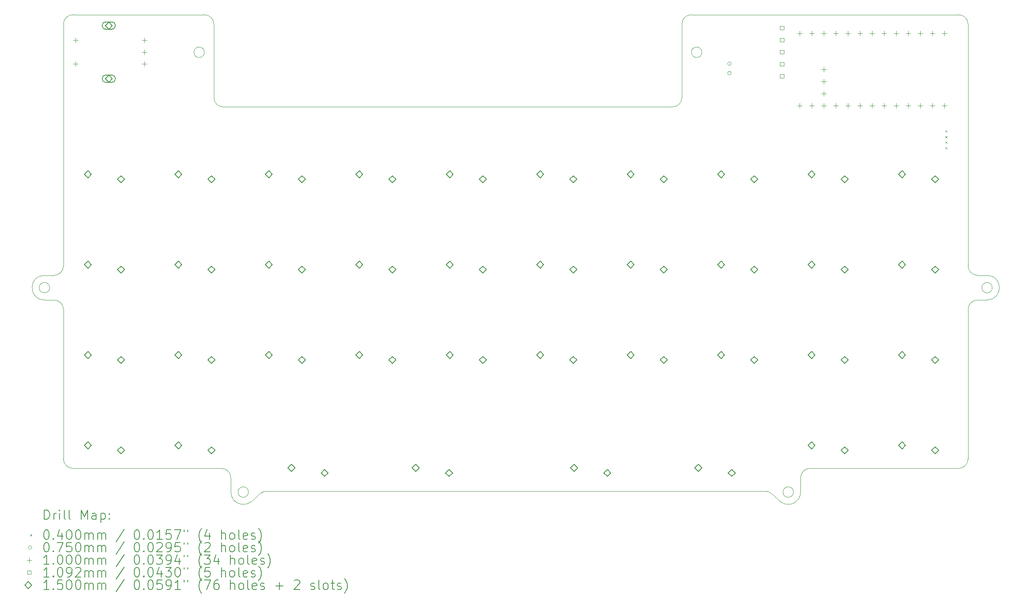
<source format=gbr>
%TF.GenerationSoftware,KiCad,Pcbnew,7.0.5-7.0.5~ubuntu22.04.1*%
%TF.CreationDate,2023-07-14T10:21:11+02:00*%
%TF.ProjectId,pur-offset-space-55,7075722d-6f66-4667-9365-742d73706163,rev?*%
%TF.SameCoordinates,Original*%
%TF.FileFunction,Drillmap*%
%TF.FilePolarity,Positive*%
%FSLAX45Y45*%
G04 Gerber Fmt 4.5, Leading zero omitted, Abs format (unit mm)*
G04 Created by KiCad (PCBNEW 7.0.5-7.0.5~ubuntu22.04.1) date 2023-07-14 10:21:11*
%MOMM*%
%LPD*%
G01*
G04 APERTURE LIST*
%ADD10C,0.100000*%
%ADD11C,0.200000*%
%ADD12C,0.040000*%
%ADD13C,0.075000*%
%ADD14C,0.109220*%
%ADD15C,0.150000*%
G04 APERTURE END LIST*
D10*
X24033380Y-10494580D02*
G75*
G03*
X24033380Y-9974580I0J260000D01*
G01*
X23833380Y-10494580D02*
G75*
G03*
X23633380Y-10694580I0J-200000D01*
G01*
X17808380Y-4479520D02*
G75*
G03*
X17608380Y-4679514I-10J-199990D01*
G01*
X19397259Y-14525535D02*
X19427469Y-14535972D01*
X4583380Y-6424580D02*
X4583380Y-4679514D01*
X8789302Y-14535967D02*
X8799110Y-14532309D01*
X8809085Y-14529028D01*
X8819230Y-14526136D01*
X8829549Y-14523641D01*
X8835527Y-14522398D01*
X23633380Y-9774580D02*
X23633380Y-8329580D01*
X23633386Y-4679514D02*
G75*
G03*
X23433380Y-4479514I-200006J-6D01*
G01*
X8109630Y-14244580D02*
G75*
G03*
X7909630Y-14044580I-200000J0D01*
G01*
X7750876Y-4679514D02*
G75*
G03*
X7550880Y-4479514I-199996J4D01*
G01*
X4583380Y-10694580D02*
G75*
G03*
X4383380Y-10494580I-200000J0D01*
G01*
X19620490Y-14690746D02*
X19628559Y-14698388D01*
X19636657Y-14705964D01*
X19644787Y-14713470D01*
X19652953Y-14720897D01*
X19657636Y-14725103D01*
X7909630Y-14044580D02*
X4783380Y-14044580D01*
X4783380Y-4479514D02*
X7550880Y-4479514D01*
X20307130Y-14044580D02*
G75*
G03*
X20107130Y-14244580I0J-200000D01*
G01*
X23633380Y-10694580D02*
X23633380Y-13844580D01*
X20107130Y-14544580D02*
X20107130Y-14244580D01*
X4783380Y-4479514D02*
G75*
G03*
X4583380Y-4679514I0J-200000D01*
G01*
X4183380Y-9974580D02*
X4383380Y-9974580D01*
X8835527Y-14522398D02*
X8869630Y-14520830D01*
X7750880Y-4679514D02*
X7750880Y-6224580D01*
X8533656Y-14746311D02*
X8542055Y-14739409D01*
X8550407Y-14732400D01*
X8558710Y-14725284D01*
X8566966Y-14718062D01*
X8571662Y-14713886D01*
X24033380Y-9974580D02*
X23833380Y-9974580D01*
X7550880Y-5272080D02*
G75*
G03*
X7550880Y-5272080I-110000J0D01*
G01*
X17408380Y-6424580D02*
G75*
G03*
X17608380Y-6224580I0J200000D01*
G01*
X24033380Y-10494580D02*
X23833380Y-10494580D01*
X19559514Y-14631440D02*
X19567532Y-14639185D01*
X19575529Y-14646977D01*
X19583511Y-14654806D01*
X19591482Y-14662662D01*
X19596033Y-14667159D01*
X8632886Y-14655129D02*
X8657268Y-14631412D01*
X19596033Y-14667159D02*
X19620490Y-14690746D01*
X8109630Y-14544580D02*
G75*
G03*
X8533656Y-14746311I260000J0D01*
G01*
X17608380Y-4679514D02*
X17608380Y-6224580D01*
X4293380Y-10234580D02*
G75*
G03*
X4293380Y-10234580I-110000J0D01*
G01*
X4583380Y-9774580D02*
X4583380Y-6424580D01*
X8657268Y-14631412D02*
X8665310Y-14623725D01*
X8673381Y-14616106D01*
X8681485Y-14608565D01*
X8689628Y-14601111D01*
X8694300Y-14596895D01*
X19347130Y-14520830D02*
X19358449Y-14521055D01*
X19369570Y-14521731D01*
X19380493Y-14522856D01*
X19391219Y-14524432D01*
X19397259Y-14525535D01*
X8789302Y-14535967D02*
X8760221Y-14548963D01*
X8694300Y-14596895D02*
X8720055Y-14576323D01*
X4183380Y-9974580D02*
G75*
G03*
X4183380Y-10494580I0J-260000D01*
G01*
X19427469Y-14535972D02*
X19437116Y-14539999D01*
X19446607Y-14544384D01*
X19455945Y-14549117D01*
X19465134Y-14554187D01*
X19470320Y-14557232D01*
X24143380Y-10234580D02*
G75*
G03*
X24143380Y-10234580I-110000J0D01*
G01*
X19534957Y-14608117D02*
X19559514Y-14631440D01*
X4583380Y-13844580D02*
G75*
G03*
X4783380Y-14044580I200000J0D01*
G01*
X4583380Y-10694580D02*
X4583380Y-13844580D01*
X23433380Y-14044580D02*
X21728380Y-14044580D01*
X19957130Y-14544580D02*
G75*
G03*
X19957130Y-14544580I-110000J0D01*
G01*
X23633380Y-9774580D02*
G75*
G03*
X23833380Y-9974580I200000J0D01*
G01*
X8479630Y-14544580D02*
G75*
G03*
X8479630Y-14544580I-110000J0D01*
G01*
X19496722Y-14576339D02*
X19505234Y-14582953D01*
X19513658Y-14589766D01*
X19522001Y-14596767D01*
X19530266Y-14603942D01*
X19534957Y-14608117D01*
X20307130Y-14044580D02*
X21728380Y-14044580D01*
X19657636Y-14725103D02*
X19683145Y-14746345D01*
X7750880Y-6224580D02*
G75*
G03*
X7950880Y-6424580I200000J0D01*
G01*
X17808380Y-4479514D02*
X23433380Y-4479514D01*
X19683145Y-14746345D02*
G75*
G03*
X20107130Y-14544580I163985J201765D01*
G01*
X4383380Y-9974580D02*
G75*
G03*
X4583380Y-9774580I0J200000D01*
G01*
X23633380Y-6424580D02*
X23633380Y-8329580D01*
X8109630Y-14544580D02*
X8109630Y-14244580D01*
X7950880Y-6424580D02*
X17408380Y-6424580D01*
X19470320Y-14557232D02*
X19496722Y-14576339D01*
X8596299Y-14690710D02*
X8604340Y-14683009D01*
X8612358Y-14675257D01*
X8620355Y-14667459D01*
X8628333Y-14659622D01*
X8632886Y-14655129D01*
X18028380Y-5272080D02*
G75*
G03*
X18028380Y-5272080I-110000J0D01*
G01*
X8720055Y-14576323D02*
X8728659Y-14569922D01*
X8737360Y-14563743D01*
X8746165Y-14557800D01*
X8755077Y-14552103D01*
X8760221Y-14548963D01*
X19347130Y-14520830D02*
X8869630Y-14520830D01*
X23433380Y-14044580D02*
G75*
G03*
X23633380Y-13844580I0J200000D01*
G01*
X23633380Y-4679514D02*
X23633380Y-6424580D01*
X4183380Y-10494580D02*
X4383380Y-10494580D01*
X8571662Y-14713886D02*
X8596299Y-14690710D01*
D11*
D12*
X23152420Y-6914200D02*
X23192420Y-6954200D01*
X23192420Y-6914200D02*
X23152420Y-6954200D01*
X23152420Y-7036120D02*
X23192420Y-7076120D01*
X23192420Y-7036120D02*
X23152420Y-7076120D01*
X23152420Y-7152960D02*
X23192420Y-7192960D01*
X23192420Y-7152960D02*
X23152420Y-7192960D01*
X23154960Y-7267260D02*
X23194960Y-7307260D01*
X23194960Y-7267260D02*
X23154960Y-7307260D01*
D13*
X18645540Y-5512460D02*
G75*
G03*
X18645540Y-5512460I-37500J0D01*
G01*
X18645540Y-5712460D02*
G75*
G03*
X18645540Y-5712460I-37500J0D01*
G01*
D10*
X4837800Y-4969220D02*
X4837800Y-5069220D01*
X4787800Y-5019220D02*
X4887800Y-5019220D01*
X4837800Y-5469220D02*
X4837800Y-5569220D01*
X4787800Y-5519220D02*
X4887800Y-5519220D01*
X6287800Y-4969220D02*
X6287800Y-5069220D01*
X6237800Y-5019220D02*
X6337800Y-5019220D01*
X6287800Y-5219220D02*
X6287800Y-5319220D01*
X6237800Y-5269220D02*
X6337800Y-5269220D01*
X6287800Y-5469220D02*
X6287800Y-5569220D01*
X6237800Y-5519220D02*
X6337800Y-5519220D01*
X20086320Y-4821720D02*
X20086320Y-4921720D01*
X20036320Y-4871720D02*
X20136320Y-4871720D01*
X20086320Y-6345720D02*
X20086320Y-6445720D01*
X20036320Y-6395720D02*
X20136320Y-6395720D01*
X20340320Y-4821720D02*
X20340320Y-4921720D01*
X20290320Y-4871720D02*
X20390320Y-4871720D01*
X20340320Y-6345720D02*
X20340320Y-6445720D01*
X20290320Y-6395720D02*
X20390320Y-6395720D01*
X20594320Y-4821720D02*
X20594320Y-4921720D01*
X20544320Y-4871720D02*
X20644320Y-4871720D01*
X20594320Y-5583720D02*
X20594320Y-5683720D01*
X20544320Y-5633720D02*
X20644320Y-5633720D01*
X20594320Y-5837720D02*
X20594320Y-5937720D01*
X20544320Y-5887720D02*
X20644320Y-5887720D01*
X20594320Y-6091720D02*
X20594320Y-6191720D01*
X20544320Y-6141720D02*
X20644320Y-6141720D01*
X20594320Y-6345720D02*
X20594320Y-6445720D01*
X20544320Y-6395720D02*
X20644320Y-6395720D01*
X20848320Y-4821720D02*
X20848320Y-4921720D01*
X20798320Y-4871720D02*
X20898320Y-4871720D01*
X20848320Y-6345720D02*
X20848320Y-6445720D01*
X20798320Y-6395720D02*
X20898320Y-6395720D01*
X21102320Y-4821720D02*
X21102320Y-4921720D01*
X21052320Y-4871720D02*
X21152320Y-4871720D01*
X21102320Y-6345720D02*
X21102320Y-6445720D01*
X21052320Y-6395720D02*
X21152320Y-6395720D01*
X21356320Y-4821720D02*
X21356320Y-4921720D01*
X21306320Y-4871720D02*
X21406320Y-4871720D01*
X21356320Y-6345720D02*
X21356320Y-6445720D01*
X21306320Y-6395720D02*
X21406320Y-6395720D01*
X21610320Y-4821720D02*
X21610320Y-4921720D01*
X21560320Y-4871720D02*
X21660320Y-4871720D01*
X21610320Y-6345720D02*
X21610320Y-6445720D01*
X21560320Y-6395720D02*
X21660320Y-6395720D01*
X21864320Y-4821720D02*
X21864320Y-4921720D01*
X21814320Y-4871720D02*
X21914320Y-4871720D01*
X21864320Y-6345720D02*
X21864320Y-6445720D01*
X21814320Y-6395720D02*
X21914320Y-6395720D01*
X22118320Y-4821720D02*
X22118320Y-4921720D01*
X22068320Y-4871720D02*
X22168320Y-4871720D01*
X22118320Y-6345720D02*
X22118320Y-6445720D01*
X22068320Y-6395720D02*
X22168320Y-6395720D01*
X22372320Y-4821720D02*
X22372320Y-4921720D01*
X22322320Y-4871720D02*
X22422320Y-4871720D01*
X22372320Y-6345720D02*
X22372320Y-6445720D01*
X22322320Y-6395720D02*
X22422320Y-6395720D01*
X22626320Y-4821720D02*
X22626320Y-4921720D01*
X22576320Y-4871720D02*
X22676320Y-4871720D01*
X22626320Y-6345720D02*
X22626320Y-6445720D01*
X22576320Y-6395720D02*
X22676320Y-6395720D01*
X22880320Y-4821720D02*
X22880320Y-4921720D01*
X22830320Y-4871720D02*
X22930320Y-4871720D01*
X22880320Y-6345720D02*
X22880320Y-6445720D01*
X22830320Y-6395720D02*
X22930320Y-6395720D01*
X23134320Y-4821720D02*
X23134320Y-4921720D01*
X23084320Y-4871720D02*
X23184320Y-4871720D01*
X23134320Y-6345720D02*
X23134320Y-6445720D01*
X23084320Y-6395720D02*
X23184320Y-6395720D01*
D14*
X19753916Y-4799876D02*
X19753916Y-4722645D01*
X19676685Y-4722645D01*
X19676685Y-4799876D01*
X19753916Y-4799876D01*
X19753916Y-5053876D02*
X19753916Y-4976645D01*
X19676685Y-4976645D01*
X19676685Y-5053876D01*
X19753916Y-5053876D01*
X19753916Y-5307876D02*
X19753916Y-5230645D01*
X19676685Y-5230645D01*
X19676685Y-5307876D01*
X19753916Y-5307876D01*
X19753916Y-5561876D02*
X19753916Y-5484645D01*
X19676685Y-5484645D01*
X19676685Y-5561876D01*
X19753916Y-5561876D01*
X19753916Y-5815875D02*
X19753916Y-5738644D01*
X19676685Y-5738644D01*
X19676685Y-5815875D01*
X19753916Y-5815875D01*
D15*
X5097840Y-7919260D02*
X5172840Y-7844260D01*
X5097840Y-7769260D01*
X5022840Y-7844260D01*
X5097840Y-7919260D01*
X5097840Y-9824260D02*
X5172840Y-9749260D01*
X5097840Y-9674260D01*
X5022840Y-9749260D01*
X5097840Y-9824260D01*
X5097840Y-11729260D02*
X5172840Y-11654260D01*
X5097840Y-11579260D01*
X5022840Y-11654260D01*
X5097840Y-11729260D01*
X5097840Y-13634260D02*
X5172840Y-13559260D01*
X5097840Y-13484260D01*
X5022840Y-13559260D01*
X5097840Y-13634260D01*
X5537800Y-4784220D02*
X5612800Y-4709220D01*
X5537800Y-4634220D01*
X5462800Y-4709220D01*
X5537800Y-4784220D01*
D11*
X5602800Y-4634220D02*
X5472800Y-4634220D01*
X5472800Y-4634220D02*
G75*
G03*
X5472800Y-4784220I0J-75000D01*
G01*
X5472800Y-4784220D02*
X5602800Y-4784220D01*
X5602800Y-4784220D02*
G75*
G03*
X5602800Y-4634220I0J75000D01*
G01*
D15*
X5537800Y-5904220D02*
X5612800Y-5829220D01*
X5537800Y-5754220D01*
X5462800Y-5829220D01*
X5537800Y-5904220D01*
D11*
X5602800Y-5754220D02*
X5472800Y-5754220D01*
X5472800Y-5754220D02*
G75*
G03*
X5472800Y-5904220I0J-75000D01*
G01*
X5472800Y-5904220D02*
X5602800Y-5904220D01*
X5602800Y-5904220D02*
G75*
G03*
X5602800Y-5754220I0J75000D01*
G01*
D15*
X5797840Y-8024260D02*
X5872840Y-7949260D01*
X5797840Y-7874260D01*
X5722840Y-7949260D01*
X5797840Y-8024260D01*
X5797840Y-9929260D02*
X5872840Y-9854260D01*
X5797840Y-9779260D01*
X5722840Y-9854260D01*
X5797840Y-9929260D01*
X5797840Y-11834260D02*
X5872840Y-11759260D01*
X5797840Y-11684260D01*
X5722840Y-11759260D01*
X5797840Y-11834260D01*
X5797840Y-13739260D02*
X5872840Y-13664260D01*
X5797840Y-13589260D01*
X5722840Y-13664260D01*
X5797840Y-13739260D01*
X7002840Y-7919260D02*
X7077840Y-7844260D01*
X7002840Y-7769260D01*
X6927840Y-7844260D01*
X7002840Y-7919260D01*
X7002840Y-9824260D02*
X7077840Y-9749260D01*
X7002840Y-9674260D01*
X6927840Y-9749260D01*
X7002840Y-9824260D01*
X7002840Y-11729260D02*
X7077840Y-11654260D01*
X7002840Y-11579260D01*
X6927840Y-11654260D01*
X7002840Y-11729260D01*
X7002840Y-13634260D02*
X7077840Y-13559260D01*
X7002840Y-13484260D01*
X6927840Y-13559260D01*
X7002840Y-13634260D01*
X7702840Y-8024260D02*
X7777840Y-7949260D01*
X7702840Y-7874260D01*
X7627840Y-7949260D01*
X7702840Y-8024260D01*
X7702840Y-9929260D02*
X7777840Y-9854260D01*
X7702840Y-9779260D01*
X7627840Y-9854260D01*
X7702840Y-9929260D01*
X7702840Y-11834260D02*
X7777840Y-11759260D01*
X7702840Y-11684260D01*
X7627840Y-11759260D01*
X7702840Y-11834260D01*
X7702840Y-13739260D02*
X7777840Y-13664260D01*
X7702840Y-13589260D01*
X7627840Y-13664260D01*
X7702840Y-13739260D01*
X8907840Y-7919260D02*
X8982840Y-7844260D01*
X8907840Y-7769260D01*
X8832840Y-7844260D01*
X8907840Y-7919260D01*
X8907840Y-9824260D02*
X8982840Y-9749260D01*
X8907840Y-9674260D01*
X8832840Y-9749260D01*
X8907840Y-9824260D01*
X8907840Y-11729260D02*
X8982840Y-11654260D01*
X8907840Y-11579260D01*
X8832840Y-11654260D01*
X8907840Y-11729260D01*
X9384090Y-14110510D02*
X9459090Y-14035510D01*
X9384090Y-13960510D01*
X9309090Y-14035510D01*
X9384090Y-14110510D01*
X9607840Y-8024260D02*
X9682840Y-7949260D01*
X9607840Y-7874260D01*
X9532840Y-7949260D01*
X9607840Y-8024260D01*
X9607840Y-9929260D02*
X9682840Y-9854260D01*
X9607840Y-9779260D01*
X9532840Y-9854260D01*
X9607840Y-9929260D01*
X9607840Y-11834260D02*
X9682840Y-11759260D01*
X9607840Y-11684260D01*
X9532840Y-11759260D01*
X9607840Y-11834260D01*
X10084090Y-14215510D02*
X10159090Y-14140510D01*
X10084090Y-14065510D01*
X10009090Y-14140510D01*
X10084090Y-14215510D01*
X10812840Y-7919260D02*
X10887840Y-7844260D01*
X10812840Y-7769260D01*
X10737840Y-7844260D01*
X10812840Y-7919260D01*
X10812840Y-9824260D02*
X10887840Y-9749260D01*
X10812840Y-9674260D01*
X10737840Y-9749260D01*
X10812840Y-9824260D01*
X10812840Y-11729260D02*
X10887840Y-11654260D01*
X10812840Y-11579260D01*
X10737840Y-11654260D01*
X10812840Y-11729260D01*
X11512840Y-8024260D02*
X11587840Y-7949260D01*
X11512840Y-7874260D01*
X11437840Y-7949260D01*
X11512840Y-8024260D01*
X11512840Y-9929260D02*
X11587840Y-9854260D01*
X11512840Y-9779260D01*
X11437840Y-9854260D01*
X11512840Y-9929260D01*
X11512840Y-11834260D02*
X11587840Y-11759260D01*
X11512840Y-11684260D01*
X11437840Y-11759260D01*
X11512840Y-11834260D01*
X12003465Y-14110510D02*
X12078465Y-14035510D01*
X12003465Y-13960510D01*
X11928465Y-14035510D01*
X12003465Y-14110510D01*
X12703465Y-14215510D02*
X12778465Y-14140510D01*
X12703465Y-14065510D01*
X12628465Y-14140510D01*
X12703465Y-14215510D01*
X12717840Y-7919260D02*
X12792840Y-7844260D01*
X12717840Y-7769260D01*
X12642840Y-7844260D01*
X12717840Y-7919260D01*
X12717840Y-9824260D02*
X12792840Y-9749260D01*
X12717840Y-9674260D01*
X12642840Y-9749260D01*
X12717840Y-9824260D01*
X12717840Y-11729260D02*
X12792840Y-11654260D01*
X12717840Y-11579260D01*
X12642840Y-11654260D01*
X12717840Y-11729260D01*
X13417840Y-8024260D02*
X13492840Y-7949260D01*
X13417840Y-7874260D01*
X13342840Y-7949260D01*
X13417840Y-8024260D01*
X13417840Y-9929260D02*
X13492840Y-9854260D01*
X13417840Y-9779260D01*
X13342840Y-9854260D01*
X13417840Y-9929260D01*
X13417840Y-11834260D02*
X13492840Y-11759260D01*
X13417840Y-11684260D01*
X13342840Y-11759260D01*
X13417840Y-11834260D01*
X14622840Y-7919260D02*
X14697840Y-7844260D01*
X14622840Y-7769260D01*
X14547840Y-7844260D01*
X14622840Y-7919260D01*
X14622840Y-9824260D02*
X14697840Y-9749260D01*
X14622840Y-9674260D01*
X14547840Y-9749260D01*
X14622840Y-9824260D01*
X14622840Y-11729260D02*
X14697840Y-11654260D01*
X14622840Y-11579260D01*
X14547840Y-11654260D01*
X14622840Y-11729260D01*
X15322840Y-8024260D02*
X15397840Y-7949260D01*
X15322840Y-7874260D01*
X15247840Y-7949260D01*
X15322840Y-8024260D01*
X15322840Y-9929260D02*
X15397840Y-9854260D01*
X15322840Y-9779260D01*
X15247840Y-9854260D01*
X15322840Y-9929260D01*
X15322840Y-11834260D02*
X15397840Y-11759260D01*
X15322840Y-11684260D01*
X15247840Y-11759260D01*
X15322840Y-11834260D01*
X15337215Y-14110510D02*
X15412215Y-14035510D01*
X15337215Y-13960510D01*
X15262215Y-14035510D01*
X15337215Y-14110510D01*
X16037215Y-14215510D02*
X16112215Y-14140510D01*
X16037215Y-14065510D01*
X15962215Y-14140510D01*
X16037215Y-14215510D01*
X16527840Y-7919260D02*
X16602840Y-7844260D01*
X16527840Y-7769260D01*
X16452840Y-7844260D01*
X16527840Y-7919260D01*
X16527840Y-9824260D02*
X16602840Y-9749260D01*
X16527840Y-9674260D01*
X16452840Y-9749260D01*
X16527840Y-9824260D01*
X16527840Y-11729260D02*
X16602840Y-11654260D01*
X16527840Y-11579260D01*
X16452840Y-11654260D01*
X16527840Y-11729260D01*
X17227840Y-8024260D02*
X17302840Y-7949260D01*
X17227840Y-7874260D01*
X17152840Y-7949260D01*
X17227840Y-8024260D01*
X17227840Y-9929260D02*
X17302840Y-9854260D01*
X17227840Y-9779260D01*
X17152840Y-9854260D01*
X17227840Y-9929260D01*
X17227840Y-11834260D02*
X17302840Y-11759260D01*
X17227840Y-11684260D01*
X17152840Y-11759260D01*
X17227840Y-11834260D01*
X17956590Y-14110510D02*
X18031590Y-14035510D01*
X17956590Y-13960510D01*
X17881590Y-14035510D01*
X17956590Y-14110510D01*
X18432840Y-7919260D02*
X18507840Y-7844260D01*
X18432840Y-7769260D01*
X18357840Y-7844260D01*
X18432840Y-7919260D01*
X18432840Y-9824260D02*
X18507840Y-9749260D01*
X18432840Y-9674260D01*
X18357840Y-9749260D01*
X18432840Y-9824260D01*
X18432840Y-11729260D02*
X18507840Y-11654260D01*
X18432840Y-11579260D01*
X18357840Y-11654260D01*
X18432840Y-11729260D01*
X18656590Y-14215510D02*
X18731590Y-14140510D01*
X18656590Y-14065510D01*
X18581590Y-14140510D01*
X18656590Y-14215510D01*
X19132840Y-8024260D02*
X19207840Y-7949260D01*
X19132840Y-7874260D01*
X19057840Y-7949260D01*
X19132840Y-8024260D01*
X19132840Y-9929260D02*
X19207840Y-9854260D01*
X19132840Y-9779260D01*
X19057840Y-9854260D01*
X19132840Y-9929260D01*
X19132840Y-11834260D02*
X19207840Y-11759260D01*
X19132840Y-11684260D01*
X19057840Y-11759260D01*
X19132840Y-11834260D01*
X20337840Y-7919260D02*
X20412840Y-7844260D01*
X20337840Y-7769260D01*
X20262840Y-7844260D01*
X20337840Y-7919260D01*
X20337840Y-9824260D02*
X20412840Y-9749260D01*
X20337840Y-9674260D01*
X20262840Y-9749260D01*
X20337840Y-9824260D01*
X20337840Y-11729260D02*
X20412840Y-11654260D01*
X20337840Y-11579260D01*
X20262840Y-11654260D01*
X20337840Y-11729260D01*
X20337840Y-13634260D02*
X20412840Y-13559260D01*
X20337840Y-13484260D01*
X20262840Y-13559260D01*
X20337840Y-13634260D01*
X21037840Y-8024260D02*
X21112840Y-7949260D01*
X21037840Y-7874260D01*
X20962840Y-7949260D01*
X21037840Y-8024260D01*
X21037840Y-9929260D02*
X21112840Y-9854260D01*
X21037840Y-9779260D01*
X20962840Y-9854260D01*
X21037840Y-9929260D01*
X21037840Y-11834260D02*
X21112840Y-11759260D01*
X21037840Y-11684260D01*
X20962840Y-11759260D01*
X21037840Y-11834260D01*
X21037840Y-13739260D02*
X21112840Y-13664260D01*
X21037840Y-13589260D01*
X20962840Y-13664260D01*
X21037840Y-13739260D01*
X22242840Y-7919260D02*
X22317840Y-7844260D01*
X22242840Y-7769260D01*
X22167840Y-7844260D01*
X22242840Y-7919260D01*
X22242840Y-9824260D02*
X22317840Y-9749260D01*
X22242840Y-9674260D01*
X22167840Y-9749260D01*
X22242840Y-9824260D01*
X22242840Y-11729260D02*
X22317840Y-11654260D01*
X22242840Y-11579260D01*
X22167840Y-11654260D01*
X22242840Y-11729260D01*
X22242840Y-13634260D02*
X22317840Y-13559260D01*
X22242840Y-13484260D01*
X22167840Y-13559260D01*
X22242840Y-13634260D01*
X22942840Y-8024260D02*
X23017840Y-7949260D01*
X22942840Y-7874260D01*
X22867840Y-7949260D01*
X22942840Y-8024260D01*
X22942840Y-9929260D02*
X23017840Y-9854260D01*
X22942840Y-9779260D01*
X22867840Y-9854260D01*
X22942840Y-9929260D01*
X22942840Y-11834260D02*
X23017840Y-11759260D01*
X22942840Y-11684260D01*
X22867840Y-11759260D01*
X22942840Y-11834260D01*
X22942840Y-13739260D02*
X23017840Y-13664260D01*
X22942840Y-13589260D01*
X22867840Y-13664260D01*
X22942840Y-13739260D01*
D11*
X4179157Y-15121064D02*
X4179157Y-14921064D01*
X4179157Y-14921064D02*
X4226776Y-14921064D01*
X4226776Y-14921064D02*
X4255347Y-14930588D01*
X4255347Y-14930588D02*
X4274395Y-14949635D01*
X4274395Y-14949635D02*
X4283919Y-14968683D01*
X4283919Y-14968683D02*
X4293443Y-15006778D01*
X4293443Y-15006778D02*
X4293443Y-15035349D01*
X4293443Y-15035349D02*
X4283919Y-15073445D01*
X4283919Y-15073445D02*
X4274395Y-15092492D01*
X4274395Y-15092492D02*
X4255347Y-15111540D01*
X4255347Y-15111540D02*
X4226776Y-15121064D01*
X4226776Y-15121064D02*
X4179157Y-15121064D01*
X4379157Y-15121064D02*
X4379157Y-14987730D01*
X4379157Y-15025826D02*
X4388681Y-15006778D01*
X4388681Y-15006778D02*
X4398204Y-14997254D01*
X4398204Y-14997254D02*
X4417252Y-14987730D01*
X4417252Y-14987730D02*
X4436300Y-14987730D01*
X4502966Y-15121064D02*
X4502966Y-14987730D01*
X4502966Y-14921064D02*
X4493443Y-14930588D01*
X4493443Y-14930588D02*
X4502966Y-14940111D01*
X4502966Y-14940111D02*
X4512490Y-14930588D01*
X4512490Y-14930588D02*
X4502966Y-14921064D01*
X4502966Y-14921064D02*
X4502966Y-14940111D01*
X4626776Y-15121064D02*
X4607728Y-15111540D01*
X4607728Y-15111540D02*
X4598204Y-15092492D01*
X4598204Y-15092492D02*
X4598204Y-14921064D01*
X4731538Y-15121064D02*
X4712490Y-15111540D01*
X4712490Y-15111540D02*
X4702966Y-15092492D01*
X4702966Y-15092492D02*
X4702966Y-14921064D01*
X4960109Y-15121064D02*
X4960109Y-14921064D01*
X4960109Y-14921064D02*
X5026776Y-15063921D01*
X5026776Y-15063921D02*
X5093443Y-14921064D01*
X5093443Y-14921064D02*
X5093443Y-15121064D01*
X5274395Y-15121064D02*
X5274395Y-15016302D01*
X5274395Y-15016302D02*
X5264871Y-14997254D01*
X5264871Y-14997254D02*
X5245824Y-14987730D01*
X5245824Y-14987730D02*
X5207728Y-14987730D01*
X5207728Y-14987730D02*
X5188681Y-14997254D01*
X5274395Y-15111540D02*
X5255347Y-15121064D01*
X5255347Y-15121064D02*
X5207728Y-15121064D01*
X5207728Y-15121064D02*
X5188681Y-15111540D01*
X5188681Y-15111540D02*
X5179157Y-15092492D01*
X5179157Y-15092492D02*
X5179157Y-15073445D01*
X5179157Y-15073445D02*
X5188681Y-15054397D01*
X5188681Y-15054397D02*
X5207728Y-15044873D01*
X5207728Y-15044873D02*
X5255347Y-15044873D01*
X5255347Y-15044873D02*
X5274395Y-15035349D01*
X5369633Y-14987730D02*
X5369633Y-15187730D01*
X5369633Y-14997254D02*
X5388681Y-14987730D01*
X5388681Y-14987730D02*
X5426776Y-14987730D01*
X5426776Y-14987730D02*
X5445824Y-14997254D01*
X5445824Y-14997254D02*
X5455347Y-15006778D01*
X5455347Y-15006778D02*
X5464871Y-15025826D01*
X5464871Y-15025826D02*
X5464871Y-15082968D01*
X5464871Y-15082968D02*
X5455347Y-15102016D01*
X5455347Y-15102016D02*
X5445824Y-15111540D01*
X5445824Y-15111540D02*
X5426776Y-15121064D01*
X5426776Y-15121064D02*
X5388681Y-15121064D01*
X5388681Y-15121064D02*
X5369633Y-15111540D01*
X5550585Y-15102016D02*
X5560109Y-15111540D01*
X5560109Y-15111540D02*
X5550585Y-15121064D01*
X5550585Y-15121064D02*
X5541062Y-15111540D01*
X5541062Y-15111540D02*
X5550585Y-15102016D01*
X5550585Y-15102016D02*
X5550585Y-15121064D01*
X5550585Y-14997254D02*
X5560109Y-15006778D01*
X5560109Y-15006778D02*
X5550585Y-15016302D01*
X5550585Y-15016302D02*
X5541062Y-15006778D01*
X5541062Y-15006778D02*
X5550585Y-14997254D01*
X5550585Y-14997254D02*
X5550585Y-15016302D01*
D12*
X3878380Y-15429580D02*
X3918380Y-15469580D01*
X3918380Y-15429580D02*
X3878380Y-15469580D01*
D11*
X4217252Y-15341064D02*
X4236300Y-15341064D01*
X4236300Y-15341064D02*
X4255347Y-15350588D01*
X4255347Y-15350588D02*
X4264871Y-15360111D01*
X4264871Y-15360111D02*
X4274395Y-15379159D01*
X4274395Y-15379159D02*
X4283919Y-15417254D01*
X4283919Y-15417254D02*
X4283919Y-15464873D01*
X4283919Y-15464873D02*
X4274395Y-15502968D01*
X4274395Y-15502968D02*
X4264871Y-15522016D01*
X4264871Y-15522016D02*
X4255347Y-15531540D01*
X4255347Y-15531540D02*
X4236300Y-15541064D01*
X4236300Y-15541064D02*
X4217252Y-15541064D01*
X4217252Y-15541064D02*
X4198204Y-15531540D01*
X4198204Y-15531540D02*
X4188681Y-15522016D01*
X4188681Y-15522016D02*
X4179157Y-15502968D01*
X4179157Y-15502968D02*
X4169633Y-15464873D01*
X4169633Y-15464873D02*
X4169633Y-15417254D01*
X4169633Y-15417254D02*
X4179157Y-15379159D01*
X4179157Y-15379159D02*
X4188681Y-15360111D01*
X4188681Y-15360111D02*
X4198204Y-15350588D01*
X4198204Y-15350588D02*
X4217252Y-15341064D01*
X4369633Y-15522016D02*
X4379157Y-15531540D01*
X4379157Y-15531540D02*
X4369633Y-15541064D01*
X4369633Y-15541064D02*
X4360109Y-15531540D01*
X4360109Y-15531540D02*
X4369633Y-15522016D01*
X4369633Y-15522016D02*
X4369633Y-15541064D01*
X4550585Y-15407730D02*
X4550585Y-15541064D01*
X4502966Y-15331540D02*
X4455347Y-15474397D01*
X4455347Y-15474397D02*
X4579157Y-15474397D01*
X4693443Y-15341064D02*
X4712490Y-15341064D01*
X4712490Y-15341064D02*
X4731538Y-15350588D01*
X4731538Y-15350588D02*
X4741062Y-15360111D01*
X4741062Y-15360111D02*
X4750585Y-15379159D01*
X4750585Y-15379159D02*
X4760109Y-15417254D01*
X4760109Y-15417254D02*
X4760109Y-15464873D01*
X4760109Y-15464873D02*
X4750585Y-15502968D01*
X4750585Y-15502968D02*
X4741062Y-15522016D01*
X4741062Y-15522016D02*
X4731538Y-15531540D01*
X4731538Y-15531540D02*
X4712490Y-15541064D01*
X4712490Y-15541064D02*
X4693443Y-15541064D01*
X4693443Y-15541064D02*
X4674395Y-15531540D01*
X4674395Y-15531540D02*
X4664871Y-15522016D01*
X4664871Y-15522016D02*
X4655347Y-15502968D01*
X4655347Y-15502968D02*
X4645824Y-15464873D01*
X4645824Y-15464873D02*
X4645824Y-15417254D01*
X4645824Y-15417254D02*
X4655347Y-15379159D01*
X4655347Y-15379159D02*
X4664871Y-15360111D01*
X4664871Y-15360111D02*
X4674395Y-15350588D01*
X4674395Y-15350588D02*
X4693443Y-15341064D01*
X4883919Y-15341064D02*
X4902966Y-15341064D01*
X4902966Y-15341064D02*
X4922014Y-15350588D01*
X4922014Y-15350588D02*
X4931538Y-15360111D01*
X4931538Y-15360111D02*
X4941062Y-15379159D01*
X4941062Y-15379159D02*
X4950585Y-15417254D01*
X4950585Y-15417254D02*
X4950585Y-15464873D01*
X4950585Y-15464873D02*
X4941062Y-15502968D01*
X4941062Y-15502968D02*
X4931538Y-15522016D01*
X4931538Y-15522016D02*
X4922014Y-15531540D01*
X4922014Y-15531540D02*
X4902966Y-15541064D01*
X4902966Y-15541064D02*
X4883919Y-15541064D01*
X4883919Y-15541064D02*
X4864871Y-15531540D01*
X4864871Y-15531540D02*
X4855347Y-15522016D01*
X4855347Y-15522016D02*
X4845824Y-15502968D01*
X4845824Y-15502968D02*
X4836300Y-15464873D01*
X4836300Y-15464873D02*
X4836300Y-15417254D01*
X4836300Y-15417254D02*
X4845824Y-15379159D01*
X4845824Y-15379159D02*
X4855347Y-15360111D01*
X4855347Y-15360111D02*
X4864871Y-15350588D01*
X4864871Y-15350588D02*
X4883919Y-15341064D01*
X5036300Y-15541064D02*
X5036300Y-15407730D01*
X5036300Y-15426778D02*
X5045824Y-15417254D01*
X5045824Y-15417254D02*
X5064871Y-15407730D01*
X5064871Y-15407730D02*
X5093443Y-15407730D01*
X5093443Y-15407730D02*
X5112490Y-15417254D01*
X5112490Y-15417254D02*
X5122014Y-15436302D01*
X5122014Y-15436302D02*
X5122014Y-15541064D01*
X5122014Y-15436302D02*
X5131538Y-15417254D01*
X5131538Y-15417254D02*
X5150585Y-15407730D01*
X5150585Y-15407730D02*
X5179157Y-15407730D01*
X5179157Y-15407730D02*
X5198205Y-15417254D01*
X5198205Y-15417254D02*
X5207728Y-15436302D01*
X5207728Y-15436302D02*
X5207728Y-15541064D01*
X5302966Y-15541064D02*
X5302966Y-15407730D01*
X5302966Y-15426778D02*
X5312490Y-15417254D01*
X5312490Y-15417254D02*
X5331538Y-15407730D01*
X5331538Y-15407730D02*
X5360109Y-15407730D01*
X5360109Y-15407730D02*
X5379157Y-15417254D01*
X5379157Y-15417254D02*
X5388681Y-15436302D01*
X5388681Y-15436302D02*
X5388681Y-15541064D01*
X5388681Y-15436302D02*
X5398205Y-15417254D01*
X5398205Y-15417254D02*
X5417252Y-15407730D01*
X5417252Y-15407730D02*
X5445824Y-15407730D01*
X5445824Y-15407730D02*
X5464871Y-15417254D01*
X5464871Y-15417254D02*
X5474395Y-15436302D01*
X5474395Y-15436302D02*
X5474395Y-15541064D01*
X5864871Y-15331540D02*
X5693443Y-15588683D01*
X6122014Y-15341064D02*
X6141062Y-15341064D01*
X6141062Y-15341064D02*
X6160109Y-15350588D01*
X6160109Y-15350588D02*
X6169633Y-15360111D01*
X6169633Y-15360111D02*
X6179157Y-15379159D01*
X6179157Y-15379159D02*
X6188681Y-15417254D01*
X6188681Y-15417254D02*
X6188681Y-15464873D01*
X6188681Y-15464873D02*
X6179157Y-15502968D01*
X6179157Y-15502968D02*
X6169633Y-15522016D01*
X6169633Y-15522016D02*
X6160109Y-15531540D01*
X6160109Y-15531540D02*
X6141062Y-15541064D01*
X6141062Y-15541064D02*
X6122014Y-15541064D01*
X6122014Y-15541064D02*
X6102966Y-15531540D01*
X6102966Y-15531540D02*
X6093443Y-15522016D01*
X6093443Y-15522016D02*
X6083919Y-15502968D01*
X6083919Y-15502968D02*
X6074395Y-15464873D01*
X6074395Y-15464873D02*
X6074395Y-15417254D01*
X6074395Y-15417254D02*
X6083919Y-15379159D01*
X6083919Y-15379159D02*
X6093443Y-15360111D01*
X6093443Y-15360111D02*
X6102966Y-15350588D01*
X6102966Y-15350588D02*
X6122014Y-15341064D01*
X6274395Y-15522016D02*
X6283919Y-15531540D01*
X6283919Y-15531540D02*
X6274395Y-15541064D01*
X6274395Y-15541064D02*
X6264871Y-15531540D01*
X6264871Y-15531540D02*
X6274395Y-15522016D01*
X6274395Y-15522016D02*
X6274395Y-15541064D01*
X6407728Y-15341064D02*
X6426776Y-15341064D01*
X6426776Y-15341064D02*
X6445824Y-15350588D01*
X6445824Y-15350588D02*
X6455347Y-15360111D01*
X6455347Y-15360111D02*
X6464871Y-15379159D01*
X6464871Y-15379159D02*
X6474395Y-15417254D01*
X6474395Y-15417254D02*
X6474395Y-15464873D01*
X6474395Y-15464873D02*
X6464871Y-15502968D01*
X6464871Y-15502968D02*
X6455347Y-15522016D01*
X6455347Y-15522016D02*
X6445824Y-15531540D01*
X6445824Y-15531540D02*
X6426776Y-15541064D01*
X6426776Y-15541064D02*
X6407728Y-15541064D01*
X6407728Y-15541064D02*
X6388681Y-15531540D01*
X6388681Y-15531540D02*
X6379157Y-15522016D01*
X6379157Y-15522016D02*
X6369633Y-15502968D01*
X6369633Y-15502968D02*
X6360109Y-15464873D01*
X6360109Y-15464873D02*
X6360109Y-15417254D01*
X6360109Y-15417254D02*
X6369633Y-15379159D01*
X6369633Y-15379159D02*
X6379157Y-15360111D01*
X6379157Y-15360111D02*
X6388681Y-15350588D01*
X6388681Y-15350588D02*
X6407728Y-15341064D01*
X6664871Y-15541064D02*
X6550586Y-15541064D01*
X6607728Y-15541064D02*
X6607728Y-15341064D01*
X6607728Y-15341064D02*
X6588681Y-15369635D01*
X6588681Y-15369635D02*
X6569633Y-15388683D01*
X6569633Y-15388683D02*
X6550586Y-15398207D01*
X6845824Y-15341064D02*
X6750586Y-15341064D01*
X6750586Y-15341064D02*
X6741062Y-15436302D01*
X6741062Y-15436302D02*
X6750586Y-15426778D01*
X6750586Y-15426778D02*
X6769633Y-15417254D01*
X6769633Y-15417254D02*
X6817252Y-15417254D01*
X6817252Y-15417254D02*
X6836300Y-15426778D01*
X6836300Y-15426778D02*
X6845824Y-15436302D01*
X6845824Y-15436302D02*
X6855347Y-15455349D01*
X6855347Y-15455349D02*
X6855347Y-15502968D01*
X6855347Y-15502968D02*
X6845824Y-15522016D01*
X6845824Y-15522016D02*
X6836300Y-15531540D01*
X6836300Y-15531540D02*
X6817252Y-15541064D01*
X6817252Y-15541064D02*
X6769633Y-15541064D01*
X6769633Y-15541064D02*
X6750586Y-15531540D01*
X6750586Y-15531540D02*
X6741062Y-15522016D01*
X6922014Y-15341064D02*
X7055347Y-15341064D01*
X7055347Y-15341064D02*
X6969633Y-15541064D01*
X7122014Y-15341064D02*
X7122014Y-15379159D01*
X7198205Y-15341064D02*
X7198205Y-15379159D01*
X7493443Y-15617254D02*
X7483919Y-15607730D01*
X7483919Y-15607730D02*
X7464871Y-15579159D01*
X7464871Y-15579159D02*
X7455348Y-15560111D01*
X7455348Y-15560111D02*
X7445824Y-15531540D01*
X7445824Y-15531540D02*
X7436300Y-15483921D01*
X7436300Y-15483921D02*
X7436300Y-15445826D01*
X7436300Y-15445826D02*
X7445824Y-15398207D01*
X7445824Y-15398207D02*
X7455348Y-15369635D01*
X7455348Y-15369635D02*
X7464871Y-15350588D01*
X7464871Y-15350588D02*
X7483919Y-15322016D01*
X7483919Y-15322016D02*
X7493443Y-15312492D01*
X7655348Y-15407730D02*
X7655348Y-15541064D01*
X7607728Y-15331540D02*
X7560109Y-15474397D01*
X7560109Y-15474397D02*
X7683919Y-15474397D01*
X7912490Y-15541064D02*
X7912490Y-15341064D01*
X7998205Y-15541064D02*
X7998205Y-15436302D01*
X7998205Y-15436302D02*
X7988681Y-15417254D01*
X7988681Y-15417254D02*
X7969633Y-15407730D01*
X7969633Y-15407730D02*
X7941062Y-15407730D01*
X7941062Y-15407730D02*
X7922014Y-15417254D01*
X7922014Y-15417254D02*
X7912490Y-15426778D01*
X8122014Y-15541064D02*
X8102967Y-15531540D01*
X8102967Y-15531540D02*
X8093443Y-15522016D01*
X8093443Y-15522016D02*
X8083919Y-15502968D01*
X8083919Y-15502968D02*
X8083919Y-15445826D01*
X8083919Y-15445826D02*
X8093443Y-15426778D01*
X8093443Y-15426778D02*
X8102967Y-15417254D01*
X8102967Y-15417254D02*
X8122014Y-15407730D01*
X8122014Y-15407730D02*
X8150586Y-15407730D01*
X8150586Y-15407730D02*
X8169633Y-15417254D01*
X8169633Y-15417254D02*
X8179157Y-15426778D01*
X8179157Y-15426778D02*
X8188681Y-15445826D01*
X8188681Y-15445826D02*
X8188681Y-15502968D01*
X8188681Y-15502968D02*
X8179157Y-15522016D01*
X8179157Y-15522016D02*
X8169633Y-15531540D01*
X8169633Y-15531540D02*
X8150586Y-15541064D01*
X8150586Y-15541064D02*
X8122014Y-15541064D01*
X8302967Y-15541064D02*
X8283919Y-15531540D01*
X8283919Y-15531540D02*
X8274395Y-15512492D01*
X8274395Y-15512492D02*
X8274395Y-15341064D01*
X8455348Y-15531540D02*
X8436300Y-15541064D01*
X8436300Y-15541064D02*
X8398205Y-15541064D01*
X8398205Y-15541064D02*
X8379157Y-15531540D01*
X8379157Y-15531540D02*
X8369633Y-15512492D01*
X8369633Y-15512492D02*
X8369633Y-15436302D01*
X8369633Y-15436302D02*
X8379157Y-15417254D01*
X8379157Y-15417254D02*
X8398205Y-15407730D01*
X8398205Y-15407730D02*
X8436300Y-15407730D01*
X8436300Y-15407730D02*
X8455348Y-15417254D01*
X8455348Y-15417254D02*
X8464872Y-15436302D01*
X8464872Y-15436302D02*
X8464872Y-15455349D01*
X8464872Y-15455349D02*
X8369633Y-15474397D01*
X8541062Y-15531540D02*
X8560110Y-15541064D01*
X8560110Y-15541064D02*
X8598205Y-15541064D01*
X8598205Y-15541064D02*
X8617253Y-15531540D01*
X8617253Y-15531540D02*
X8626776Y-15512492D01*
X8626776Y-15512492D02*
X8626776Y-15502968D01*
X8626776Y-15502968D02*
X8617253Y-15483921D01*
X8617253Y-15483921D02*
X8598205Y-15474397D01*
X8598205Y-15474397D02*
X8569633Y-15474397D01*
X8569633Y-15474397D02*
X8550586Y-15464873D01*
X8550586Y-15464873D02*
X8541062Y-15445826D01*
X8541062Y-15445826D02*
X8541062Y-15436302D01*
X8541062Y-15436302D02*
X8550586Y-15417254D01*
X8550586Y-15417254D02*
X8569633Y-15407730D01*
X8569633Y-15407730D02*
X8598205Y-15407730D01*
X8598205Y-15407730D02*
X8617253Y-15417254D01*
X8693443Y-15617254D02*
X8702967Y-15607730D01*
X8702967Y-15607730D02*
X8722014Y-15579159D01*
X8722014Y-15579159D02*
X8731538Y-15560111D01*
X8731538Y-15560111D02*
X8741062Y-15531540D01*
X8741062Y-15531540D02*
X8750586Y-15483921D01*
X8750586Y-15483921D02*
X8750586Y-15445826D01*
X8750586Y-15445826D02*
X8741062Y-15398207D01*
X8741062Y-15398207D02*
X8731538Y-15369635D01*
X8731538Y-15369635D02*
X8722014Y-15350588D01*
X8722014Y-15350588D02*
X8702967Y-15322016D01*
X8702967Y-15322016D02*
X8693443Y-15312492D01*
D13*
X3918380Y-15713580D02*
G75*
G03*
X3918380Y-15713580I-37500J0D01*
G01*
D11*
X4217252Y-15605064D02*
X4236300Y-15605064D01*
X4236300Y-15605064D02*
X4255347Y-15614588D01*
X4255347Y-15614588D02*
X4264871Y-15624111D01*
X4264871Y-15624111D02*
X4274395Y-15643159D01*
X4274395Y-15643159D02*
X4283919Y-15681254D01*
X4283919Y-15681254D02*
X4283919Y-15728873D01*
X4283919Y-15728873D02*
X4274395Y-15766968D01*
X4274395Y-15766968D02*
X4264871Y-15786016D01*
X4264871Y-15786016D02*
X4255347Y-15795540D01*
X4255347Y-15795540D02*
X4236300Y-15805064D01*
X4236300Y-15805064D02*
X4217252Y-15805064D01*
X4217252Y-15805064D02*
X4198204Y-15795540D01*
X4198204Y-15795540D02*
X4188681Y-15786016D01*
X4188681Y-15786016D02*
X4179157Y-15766968D01*
X4179157Y-15766968D02*
X4169633Y-15728873D01*
X4169633Y-15728873D02*
X4169633Y-15681254D01*
X4169633Y-15681254D02*
X4179157Y-15643159D01*
X4179157Y-15643159D02*
X4188681Y-15624111D01*
X4188681Y-15624111D02*
X4198204Y-15614588D01*
X4198204Y-15614588D02*
X4217252Y-15605064D01*
X4369633Y-15786016D02*
X4379157Y-15795540D01*
X4379157Y-15795540D02*
X4369633Y-15805064D01*
X4369633Y-15805064D02*
X4360109Y-15795540D01*
X4360109Y-15795540D02*
X4369633Y-15786016D01*
X4369633Y-15786016D02*
X4369633Y-15805064D01*
X4445824Y-15605064D02*
X4579157Y-15605064D01*
X4579157Y-15605064D02*
X4493443Y-15805064D01*
X4750585Y-15605064D02*
X4655347Y-15605064D01*
X4655347Y-15605064D02*
X4645824Y-15700302D01*
X4645824Y-15700302D02*
X4655347Y-15690778D01*
X4655347Y-15690778D02*
X4674395Y-15681254D01*
X4674395Y-15681254D02*
X4722014Y-15681254D01*
X4722014Y-15681254D02*
X4741062Y-15690778D01*
X4741062Y-15690778D02*
X4750585Y-15700302D01*
X4750585Y-15700302D02*
X4760109Y-15719349D01*
X4760109Y-15719349D02*
X4760109Y-15766968D01*
X4760109Y-15766968D02*
X4750585Y-15786016D01*
X4750585Y-15786016D02*
X4741062Y-15795540D01*
X4741062Y-15795540D02*
X4722014Y-15805064D01*
X4722014Y-15805064D02*
X4674395Y-15805064D01*
X4674395Y-15805064D02*
X4655347Y-15795540D01*
X4655347Y-15795540D02*
X4645824Y-15786016D01*
X4883919Y-15605064D02*
X4902966Y-15605064D01*
X4902966Y-15605064D02*
X4922014Y-15614588D01*
X4922014Y-15614588D02*
X4931538Y-15624111D01*
X4931538Y-15624111D02*
X4941062Y-15643159D01*
X4941062Y-15643159D02*
X4950585Y-15681254D01*
X4950585Y-15681254D02*
X4950585Y-15728873D01*
X4950585Y-15728873D02*
X4941062Y-15766968D01*
X4941062Y-15766968D02*
X4931538Y-15786016D01*
X4931538Y-15786016D02*
X4922014Y-15795540D01*
X4922014Y-15795540D02*
X4902966Y-15805064D01*
X4902966Y-15805064D02*
X4883919Y-15805064D01*
X4883919Y-15805064D02*
X4864871Y-15795540D01*
X4864871Y-15795540D02*
X4855347Y-15786016D01*
X4855347Y-15786016D02*
X4845824Y-15766968D01*
X4845824Y-15766968D02*
X4836300Y-15728873D01*
X4836300Y-15728873D02*
X4836300Y-15681254D01*
X4836300Y-15681254D02*
X4845824Y-15643159D01*
X4845824Y-15643159D02*
X4855347Y-15624111D01*
X4855347Y-15624111D02*
X4864871Y-15614588D01*
X4864871Y-15614588D02*
X4883919Y-15605064D01*
X5036300Y-15805064D02*
X5036300Y-15671730D01*
X5036300Y-15690778D02*
X5045824Y-15681254D01*
X5045824Y-15681254D02*
X5064871Y-15671730D01*
X5064871Y-15671730D02*
X5093443Y-15671730D01*
X5093443Y-15671730D02*
X5112490Y-15681254D01*
X5112490Y-15681254D02*
X5122014Y-15700302D01*
X5122014Y-15700302D02*
X5122014Y-15805064D01*
X5122014Y-15700302D02*
X5131538Y-15681254D01*
X5131538Y-15681254D02*
X5150585Y-15671730D01*
X5150585Y-15671730D02*
X5179157Y-15671730D01*
X5179157Y-15671730D02*
X5198205Y-15681254D01*
X5198205Y-15681254D02*
X5207728Y-15700302D01*
X5207728Y-15700302D02*
X5207728Y-15805064D01*
X5302966Y-15805064D02*
X5302966Y-15671730D01*
X5302966Y-15690778D02*
X5312490Y-15681254D01*
X5312490Y-15681254D02*
X5331538Y-15671730D01*
X5331538Y-15671730D02*
X5360109Y-15671730D01*
X5360109Y-15671730D02*
X5379157Y-15681254D01*
X5379157Y-15681254D02*
X5388681Y-15700302D01*
X5388681Y-15700302D02*
X5388681Y-15805064D01*
X5388681Y-15700302D02*
X5398205Y-15681254D01*
X5398205Y-15681254D02*
X5417252Y-15671730D01*
X5417252Y-15671730D02*
X5445824Y-15671730D01*
X5445824Y-15671730D02*
X5464871Y-15681254D01*
X5464871Y-15681254D02*
X5474395Y-15700302D01*
X5474395Y-15700302D02*
X5474395Y-15805064D01*
X5864871Y-15595540D02*
X5693443Y-15852683D01*
X6122014Y-15605064D02*
X6141062Y-15605064D01*
X6141062Y-15605064D02*
X6160109Y-15614588D01*
X6160109Y-15614588D02*
X6169633Y-15624111D01*
X6169633Y-15624111D02*
X6179157Y-15643159D01*
X6179157Y-15643159D02*
X6188681Y-15681254D01*
X6188681Y-15681254D02*
X6188681Y-15728873D01*
X6188681Y-15728873D02*
X6179157Y-15766968D01*
X6179157Y-15766968D02*
X6169633Y-15786016D01*
X6169633Y-15786016D02*
X6160109Y-15795540D01*
X6160109Y-15795540D02*
X6141062Y-15805064D01*
X6141062Y-15805064D02*
X6122014Y-15805064D01*
X6122014Y-15805064D02*
X6102966Y-15795540D01*
X6102966Y-15795540D02*
X6093443Y-15786016D01*
X6093443Y-15786016D02*
X6083919Y-15766968D01*
X6083919Y-15766968D02*
X6074395Y-15728873D01*
X6074395Y-15728873D02*
X6074395Y-15681254D01*
X6074395Y-15681254D02*
X6083919Y-15643159D01*
X6083919Y-15643159D02*
X6093443Y-15624111D01*
X6093443Y-15624111D02*
X6102966Y-15614588D01*
X6102966Y-15614588D02*
X6122014Y-15605064D01*
X6274395Y-15786016D02*
X6283919Y-15795540D01*
X6283919Y-15795540D02*
X6274395Y-15805064D01*
X6274395Y-15805064D02*
X6264871Y-15795540D01*
X6264871Y-15795540D02*
X6274395Y-15786016D01*
X6274395Y-15786016D02*
X6274395Y-15805064D01*
X6407728Y-15605064D02*
X6426776Y-15605064D01*
X6426776Y-15605064D02*
X6445824Y-15614588D01*
X6445824Y-15614588D02*
X6455347Y-15624111D01*
X6455347Y-15624111D02*
X6464871Y-15643159D01*
X6464871Y-15643159D02*
X6474395Y-15681254D01*
X6474395Y-15681254D02*
X6474395Y-15728873D01*
X6474395Y-15728873D02*
X6464871Y-15766968D01*
X6464871Y-15766968D02*
X6455347Y-15786016D01*
X6455347Y-15786016D02*
X6445824Y-15795540D01*
X6445824Y-15795540D02*
X6426776Y-15805064D01*
X6426776Y-15805064D02*
X6407728Y-15805064D01*
X6407728Y-15805064D02*
X6388681Y-15795540D01*
X6388681Y-15795540D02*
X6379157Y-15786016D01*
X6379157Y-15786016D02*
X6369633Y-15766968D01*
X6369633Y-15766968D02*
X6360109Y-15728873D01*
X6360109Y-15728873D02*
X6360109Y-15681254D01*
X6360109Y-15681254D02*
X6369633Y-15643159D01*
X6369633Y-15643159D02*
X6379157Y-15624111D01*
X6379157Y-15624111D02*
X6388681Y-15614588D01*
X6388681Y-15614588D02*
X6407728Y-15605064D01*
X6550586Y-15624111D02*
X6560109Y-15614588D01*
X6560109Y-15614588D02*
X6579157Y-15605064D01*
X6579157Y-15605064D02*
X6626776Y-15605064D01*
X6626776Y-15605064D02*
X6645824Y-15614588D01*
X6645824Y-15614588D02*
X6655347Y-15624111D01*
X6655347Y-15624111D02*
X6664871Y-15643159D01*
X6664871Y-15643159D02*
X6664871Y-15662207D01*
X6664871Y-15662207D02*
X6655347Y-15690778D01*
X6655347Y-15690778D02*
X6541062Y-15805064D01*
X6541062Y-15805064D02*
X6664871Y-15805064D01*
X6760109Y-15805064D02*
X6798205Y-15805064D01*
X6798205Y-15805064D02*
X6817252Y-15795540D01*
X6817252Y-15795540D02*
X6826776Y-15786016D01*
X6826776Y-15786016D02*
X6845824Y-15757445D01*
X6845824Y-15757445D02*
X6855347Y-15719349D01*
X6855347Y-15719349D02*
X6855347Y-15643159D01*
X6855347Y-15643159D02*
X6845824Y-15624111D01*
X6845824Y-15624111D02*
X6836300Y-15614588D01*
X6836300Y-15614588D02*
X6817252Y-15605064D01*
X6817252Y-15605064D02*
X6779157Y-15605064D01*
X6779157Y-15605064D02*
X6760109Y-15614588D01*
X6760109Y-15614588D02*
X6750586Y-15624111D01*
X6750586Y-15624111D02*
X6741062Y-15643159D01*
X6741062Y-15643159D02*
X6741062Y-15690778D01*
X6741062Y-15690778D02*
X6750586Y-15709826D01*
X6750586Y-15709826D02*
X6760109Y-15719349D01*
X6760109Y-15719349D02*
X6779157Y-15728873D01*
X6779157Y-15728873D02*
X6817252Y-15728873D01*
X6817252Y-15728873D02*
X6836300Y-15719349D01*
X6836300Y-15719349D02*
X6845824Y-15709826D01*
X6845824Y-15709826D02*
X6855347Y-15690778D01*
X7036300Y-15605064D02*
X6941062Y-15605064D01*
X6941062Y-15605064D02*
X6931538Y-15700302D01*
X6931538Y-15700302D02*
X6941062Y-15690778D01*
X6941062Y-15690778D02*
X6960109Y-15681254D01*
X6960109Y-15681254D02*
X7007728Y-15681254D01*
X7007728Y-15681254D02*
X7026776Y-15690778D01*
X7026776Y-15690778D02*
X7036300Y-15700302D01*
X7036300Y-15700302D02*
X7045824Y-15719349D01*
X7045824Y-15719349D02*
X7045824Y-15766968D01*
X7045824Y-15766968D02*
X7036300Y-15786016D01*
X7036300Y-15786016D02*
X7026776Y-15795540D01*
X7026776Y-15795540D02*
X7007728Y-15805064D01*
X7007728Y-15805064D02*
X6960109Y-15805064D01*
X6960109Y-15805064D02*
X6941062Y-15795540D01*
X6941062Y-15795540D02*
X6931538Y-15786016D01*
X7122014Y-15605064D02*
X7122014Y-15643159D01*
X7198205Y-15605064D02*
X7198205Y-15643159D01*
X7493443Y-15881254D02*
X7483919Y-15871730D01*
X7483919Y-15871730D02*
X7464871Y-15843159D01*
X7464871Y-15843159D02*
X7455348Y-15824111D01*
X7455348Y-15824111D02*
X7445824Y-15795540D01*
X7445824Y-15795540D02*
X7436300Y-15747921D01*
X7436300Y-15747921D02*
X7436300Y-15709826D01*
X7436300Y-15709826D02*
X7445824Y-15662207D01*
X7445824Y-15662207D02*
X7455348Y-15633635D01*
X7455348Y-15633635D02*
X7464871Y-15614588D01*
X7464871Y-15614588D02*
X7483919Y-15586016D01*
X7483919Y-15586016D02*
X7493443Y-15576492D01*
X7560109Y-15624111D02*
X7569633Y-15614588D01*
X7569633Y-15614588D02*
X7588681Y-15605064D01*
X7588681Y-15605064D02*
X7636300Y-15605064D01*
X7636300Y-15605064D02*
X7655348Y-15614588D01*
X7655348Y-15614588D02*
X7664871Y-15624111D01*
X7664871Y-15624111D02*
X7674395Y-15643159D01*
X7674395Y-15643159D02*
X7674395Y-15662207D01*
X7674395Y-15662207D02*
X7664871Y-15690778D01*
X7664871Y-15690778D02*
X7550586Y-15805064D01*
X7550586Y-15805064D02*
X7674395Y-15805064D01*
X7912490Y-15805064D02*
X7912490Y-15605064D01*
X7998205Y-15805064D02*
X7998205Y-15700302D01*
X7998205Y-15700302D02*
X7988681Y-15681254D01*
X7988681Y-15681254D02*
X7969633Y-15671730D01*
X7969633Y-15671730D02*
X7941062Y-15671730D01*
X7941062Y-15671730D02*
X7922014Y-15681254D01*
X7922014Y-15681254D02*
X7912490Y-15690778D01*
X8122014Y-15805064D02*
X8102967Y-15795540D01*
X8102967Y-15795540D02*
X8093443Y-15786016D01*
X8093443Y-15786016D02*
X8083919Y-15766968D01*
X8083919Y-15766968D02*
X8083919Y-15709826D01*
X8083919Y-15709826D02*
X8093443Y-15690778D01*
X8093443Y-15690778D02*
X8102967Y-15681254D01*
X8102967Y-15681254D02*
X8122014Y-15671730D01*
X8122014Y-15671730D02*
X8150586Y-15671730D01*
X8150586Y-15671730D02*
X8169633Y-15681254D01*
X8169633Y-15681254D02*
X8179157Y-15690778D01*
X8179157Y-15690778D02*
X8188681Y-15709826D01*
X8188681Y-15709826D02*
X8188681Y-15766968D01*
X8188681Y-15766968D02*
X8179157Y-15786016D01*
X8179157Y-15786016D02*
X8169633Y-15795540D01*
X8169633Y-15795540D02*
X8150586Y-15805064D01*
X8150586Y-15805064D02*
X8122014Y-15805064D01*
X8302967Y-15805064D02*
X8283919Y-15795540D01*
X8283919Y-15795540D02*
X8274395Y-15776492D01*
X8274395Y-15776492D02*
X8274395Y-15605064D01*
X8455348Y-15795540D02*
X8436300Y-15805064D01*
X8436300Y-15805064D02*
X8398205Y-15805064D01*
X8398205Y-15805064D02*
X8379157Y-15795540D01*
X8379157Y-15795540D02*
X8369633Y-15776492D01*
X8369633Y-15776492D02*
X8369633Y-15700302D01*
X8369633Y-15700302D02*
X8379157Y-15681254D01*
X8379157Y-15681254D02*
X8398205Y-15671730D01*
X8398205Y-15671730D02*
X8436300Y-15671730D01*
X8436300Y-15671730D02*
X8455348Y-15681254D01*
X8455348Y-15681254D02*
X8464872Y-15700302D01*
X8464872Y-15700302D02*
X8464872Y-15719349D01*
X8464872Y-15719349D02*
X8369633Y-15738397D01*
X8541062Y-15795540D02*
X8560110Y-15805064D01*
X8560110Y-15805064D02*
X8598205Y-15805064D01*
X8598205Y-15805064D02*
X8617253Y-15795540D01*
X8617253Y-15795540D02*
X8626776Y-15776492D01*
X8626776Y-15776492D02*
X8626776Y-15766968D01*
X8626776Y-15766968D02*
X8617253Y-15747921D01*
X8617253Y-15747921D02*
X8598205Y-15738397D01*
X8598205Y-15738397D02*
X8569633Y-15738397D01*
X8569633Y-15738397D02*
X8550586Y-15728873D01*
X8550586Y-15728873D02*
X8541062Y-15709826D01*
X8541062Y-15709826D02*
X8541062Y-15700302D01*
X8541062Y-15700302D02*
X8550586Y-15681254D01*
X8550586Y-15681254D02*
X8569633Y-15671730D01*
X8569633Y-15671730D02*
X8598205Y-15671730D01*
X8598205Y-15671730D02*
X8617253Y-15681254D01*
X8693443Y-15881254D02*
X8702967Y-15871730D01*
X8702967Y-15871730D02*
X8722014Y-15843159D01*
X8722014Y-15843159D02*
X8731538Y-15824111D01*
X8731538Y-15824111D02*
X8741062Y-15795540D01*
X8741062Y-15795540D02*
X8750586Y-15747921D01*
X8750586Y-15747921D02*
X8750586Y-15709826D01*
X8750586Y-15709826D02*
X8741062Y-15662207D01*
X8741062Y-15662207D02*
X8731538Y-15633635D01*
X8731538Y-15633635D02*
X8722014Y-15614588D01*
X8722014Y-15614588D02*
X8702967Y-15586016D01*
X8702967Y-15586016D02*
X8693443Y-15576492D01*
D10*
X3868380Y-15927580D02*
X3868380Y-16027580D01*
X3818380Y-15977580D02*
X3918380Y-15977580D01*
D11*
X4283919Y-16069064D02*
X4169633Y-16069064D01*
X4226776Y-16069064D02*
X4226776Y-15869064D01*
X4226776Y-15869064D02*
X4207728Y-15897635D01*
X4207728Y-15897635D02*
X4188681Y-15916683D01*
X4188681Y-15916683D02*
X4169633Y-15926207D01*
X4369633Y-16050016D02*
X4379157Y-16059540D01*
X4379157Y-16059540D02*
X4369633Y-16069064D01*
X4369633Y-16069064D02*
X4360109Y-16059540D01*
X4360109Y-16059540D02*
X4369633Y-16050016D01*
X4369633Y-16050016D02*
X4369633Y-16069064D01*
X4502966Y-15869064D02*
X4522014Y-15869064D01*
X4522014Y-15869064D02*
X4541062Y-15878588D01*
X4541062Y-15878588D02*
X4550585Y-15888111D01*
X4550585Y-15888111D02*
X4560109Y-15907159D01*
X4560109Y-15907159D02*
X4569633Y-15945254D01*
X4569633Y-15945254D02*
X4569633Y-15992873D01*
X4569633Y-15992873D02*
X4560109Y-16030968D01*
X4560109Y-16030968D02*
X4550585Y-16050016D01*
X4550585Y-16050016D02*
X4541062Y-16059540D01*
X4541062Y-16059540D02*
X4522014Y-16069064D01*
X4522014Y-16069064D02*
X4502966Y-16069064D01*
X4502966Y-16069064D02*
X4483919Y-16059540D01*
X4483919Y-16059540D02*
X4474395Y-16050016D01*
X4474395Y-16050016D02*
X4464871Y-16030968D01*
X4464871Y-16030968D02*
X4455347Y-15992873D01*
X4455347Y-15992873D02*
X4455347Y-15945254D01*
X4455347Y-15945254D02*
X4464871Y-15907159D01*
X4464871Y-15907159D02*
X4474395Y-15888111D01*
X4474395Y-15888111D02*
X4483919Y-15878588D01*
X4483919Y-15878588D02*
X4502966Y-15869064D01*
X4693443Y-15869064D02*
X4712490Y-15869064D01*
X4712490Y-15869064D02*
X4731538Y-15878588D01*
X4731538Y-15878588D02*
X4741062Y-15888111D01*
X4741062Y-15888111D02*
X4750585Y-15907159D01*
X4750585Y-15907159D02*
X4760109Y-15945254D01*
X4760109Y-15945254D02*
X4760109Y-15992873D01*
X4760109Y-15992873D02*
X4750585Y-16030968D01*
X4750585Y-16030968D02*
X4741062Y-16050016D01*
X4741062Y-16050016D02*
X4731538Y-16059540D01*
X4731538Y-16059540D02*
X4712490Y-16069064D01*
X4712490Y-16069064D02*
X4693443Y-16069064D01*
X4693443Y-16069064D02*
X4674395Y-16059540D01*
X4674395Y-16059540D02*
X4664871Y-16050016D01*
X4664871Y-16050016D02*
X4655347Y-16030968D01*
X4655347Y-16030968D02*
X4645824Y-15992873D01*
X4645824Y-15992873D02*
X4645824Y-15945254D01*
X4645824Y-15945254D02*
X4655347Y-15907159D01*
X4655347Y-15907159D02*
X4664871Y-15888111D01*
X4664871Y-15888111D02*
X4674395Y-15878588D01*
X4674395Y-15878588D02*
X4693443Y-15869064D01*
X4883919Y-15869064D02*
X4902966Y-15869064D01*
X4902966Y-15869064D02*
X4922014Y-15878588D01*
X4922014Y-15878588D02*
X4931538Y-15888111D01*
X4931538Y-15888111D02*
X4941062Y-15907159D01*
X4941062Y-15907159D02*
X4950585Y-15945254D01*
X4950585Y-15945254D02*
X4950585Y-15992873D01*
X4950585Y-15992873D02*
X4941062Y-16030968D01*
X4941062Y-16030968D02*
X4931538Y-16050016D01*
X4931538Y-16050016D02*
X4922014Y-16059540D01*
X4922014Y-16059540D02*
X4902966Y-16069064D01*
X4902966Y-16069064D02*
X4883919Y-16069064D01*
X4883919Y-16069064D02*
X4864871Y-16059540D01*
X4864871Y-16059540D02*
X4855347Y-16050016D01*
X4855347Y-16050016D02*
X4845824Y-16030968D01*
X4845824Y-16030968D02*
X4836300Y-15992873D01*
X4836300Y-15992873D02*
X4836300Y-15945254D01*
X4836300Y-15945254D02*
X4845824Y-15907159D01*
X4845824Y-15907159D02*
X4855347Y-15888111D01*
X4855347Y-15888111D02*
X4864871Y-15878588D01*
X4864871Y-15878588D02*
X4883919Y-15869064D01*
X5036300Y-16069064D02*
X5036300Y-15935730D01*
X5036300Y-15954778D02*
X5045824Y-15945254D01*
X5045824Y-15945254D02*
X5064871Y-15935730D01*
X5064871Y-15935730D02*
X5093443Y-15935730D01*
X5093443Y-15935730D02*
X5112490Y-15945254D01*
X5112490Y-15945254D02*
X5122014Y-15964302D01*
X5122014Y-15964302D02*
X5122014Y-16069064D01*
X5122014Y-15964302D02*
X5131538Y-15945254D01*
X5131538Y-15945254D02*
X5150585Y-15935730D01*
X5150585Y-15935730D02*
X5179157Y-15935730D01*
X5179157Y-15935730D02*
X5198205Y-15945254D01*
X5198205Y-15945254D02*
X5207728Y-15964302D01*
X5207728Y-15964302D02*
X5207728Y-16069064D01*
X5302966Y-16069064D02*
X5302966Y-15935730D01*
X5302966Y-15954778D02*
X5312490Y-15945254D01*
X5312490Y-15945254D02*
X5331538Y-15935730D01*
X5331538Y-15935730D02*
X5360109Y-15935730D01*
X5360109Y-15935730D02*
X5379157Y-15945254D01*
X5379157Y-15945254D02*
X5388681Y-15964302D01*
X5388681Y-15964302D02*
X5388681Y-16069064D01*
X5388681Y-15964302D02*
X5398205Y-15945254D01*
X5398205Y-15945254D02*
X5417252Y-15935730D01*
X5417252Y-15935730D02*
X5445824Y-15935730D01*
X5445824Y-15935730D02*
X5464871Y-15945254D01*
X5464871Y-15945254D02*
X5474395Y-15964302D01*
X5474395Y-15964302D02*
X5474395Y-16069064D01*
X5864871Y-15859540D02*
X5693443Y-16116683D01*
X6122014Y-15869064D02*
X6141062Y-15869064D01*
X6141062Y-15869064D02*
X6160109Y-15878588D01*
X6160109Y-15878588D02*
X6169633Y-15888111D01*
X6169633Y-15888111D02*
X6179157Y-15907159D01*
X6179157Y-15907159D02*
X6188681Y-15945254D01*
X6188681Y-15945254D02*
X6188681Y-15992873D01*
X6188681Y-15992873D02*
X6179157Y-16030968D01*
X6179157Y-16030968D02*
X6169633Y-16050016D01*
X6169633Y-16050016D02*
X6160109Y-16059540D01*
X6160109Y-16059540D02*
X6141062Y-16069064D01*
X6141062Y-16069064D02*
X6122014Y-16069064D01*
X6122014Y-16069064D02*
X6102966Y-16059540D01*
X6102966Y-16059540D02*
X6093443Y-16050016D01*
X6093443Y-16050016D02*
X6083919Y-16030968D01*
X6083919Y-16030968D02*
X6074395Y-15992873D01*
X6074395Y-15992873D02*
X6074395Y-15945254D01*
X6074395Y-15945254D02*
X6083919Y-15907159D01*
X6083919Y-15907159D02*
X6093443Y-15888111D01*
X6093443Y-15888111D02*
X6102966Y-15878588D01*
X6102966Y-15878588D02*
X6122014Y-15869064D01*
X6274395Y-16050016D02*
X6283919Y-16059540D01*
X6283919Y-16059540D02*
X6274395Y-16069064D01*
X6274395Y-16069064D02*
X6264871Y-16059540D01*
X6264871Y-16059540D02*
X6274395Y-16050016D01*
X6274395Y-16050016D02*
X6274395Y-16069064D01*
X6407728Y-15869064D02*
X6426776Y-15869064D01*
X6426776Y-15869064D02*
X6445824Y-15878588D01*
X6445824Y-15878588D02*
X6455347Y-15888111D01*
X6455347Y-15888111D02*
X6464871Y-15907159D01*
X6464871Y-15907159D02*
X6474395Y-15945254D01*
X6474395Y-15945254D02*
X6474395Y-15992873D01*
X6474395Y-15992873D02*
X6464871Y-16030968D01*
X6464871Y-16030968D02*
X6455347Y-16050016D01*
X6455347Y-16050016D02*
X6445824Y-16059540D01*
X6445824Y-16059540D02*
X6426776Y-16069064D01*
X6426776Y-16069064D02*
X6407728Y-16069064D01*
X6407728Y-16069064D02*
X6388681Y-16059540D01*
X6388681Y-16059540D02*
X6379157Y-16050016D01*
X6379157Y-16050016D02*
X6369633Y-16030968D01*
X6369633Y-16030968D02*
X6360109Y-15992873D01*
X6360109Y-15992873D02*
X6360109Y-15945254D01*
X6360109Y-15945254D02*
X6369633Y-15907159D01*
X6369633Y-15907159D02*
X6379157Y-15888111D01*
X6379157Y-15888111D02*
X6388681Y-15878588D01*
X6388681Y-15878588D02*
X6407728Y-15869064D01*
X6541062Y-15869064D02*
X6664871Y-15869064D01*
X6664871Y-15869064D02*
X6598205Y-15945254D01*
X6598205Y-15945254D02*
X6626776Y-15945254D01*
X6626776Y-15945254D02*
X6645824Y-15954778D01*
X6645824Y-15954778D02*
X6655347Y-15964302D01*
X6655347Y-15964302D02*
X6664871Y-15983349D01*
X6664871Y-15983349D02*
X6664871Y-16030968D01*
X6664871Y-16030968D02*
X6655347Y-16050016D01*
X6655347Y-16050016D02*
X6645824Y-16059540D01*
X6645824Y-16059540D02*
X6626776Y-16069064D01*
X6626776Y-16069064D02*
X6569633Y-16069064D01*
X6569633Y-16069064D02*
X6550586Y-16059540D01*
X6550586Y-16059540D02*
X6541062Y-16050016D01*
X6760109Y-16069064D02*
X6798205Y-16069064D01*
X6798205Y-16069064D02*
X6817252Y-16059540D01*
X6817252Y-16059540D02*
X6826776Y-16050016D01*
X6826776Y-16050016D02*
X6845824Y-16021445D01*
X6845824Y-16021445D02*
X6855347Y-15983349D01*
X6855347Y-15983349D02*
X6855347Y-15907159D01*
X6855347Y-15907159D02*
X6845824Y-15888111D01*
X6845824Y-15888111D02*
X6836300Y-15878588D01*
X6836300Y-15878588D02*
X6817252Y-15869064D01*
X6817252Y-15869064D02*
X6779157Y-15869064D01*
X6779157Y-15869064D02*
X6760109Y-15878588D01*
X6760109Y-15878588D02*
X6750586Y-15888111D01*
X6750586Y-15888111D02*
X6741062Y-15907159D01*
X6741062Y-15907159D02*
X6741062Y-15954778D01*
X6741062Y-15954778D02*
X6750586Y-15973826D01*
X6750586Y-15973826D02*
X6760109Y-15983349D01*
X6760109Y-15983349D02*
X6779157Y-15992873D01*
X6779157Y-15992873D02*
X6817252Y-15992873D01*
X6817252Y-15992873D02*
X6836300Y-15983349D01*
X6836300Y-15983349D02*
X6845824Y-15973826D01*
X6845824Y-15973826D02*
X6855347Y-15954778D01*
X7026776Y-15935730D02*
X7026776Y-16069064D01*
X6979157Y-15859540D02*
X6931538Y-16002397D01*
X6931538Y-16002397D02*
X7055347Y-16002397D01*
X7122014Y-15869064D02*
X7122014Y-15907159D01*
X7198205Y-15869064D02*
X7198205Y-15907159D01*
X7493443Y-16145254D02*
X7483919Y-16135730D01*
X7483919Y-16135730D02*
X7464871Y-16107159D01*
X7464871Y-16107159D02*
X7455348Y-16088111D01*
X7455348Y-16088111D02*
X7445824Y-16059540D01*
X7445824Y-16059540D02*
X7436300Y-16011921D01*
X7436300Y-16011921D02*
X7436300Y-15973826D01*
X7436300Y-15973826D02*
X7445824Y-15926207D01*
X7445824Y-15926207D02*
X7455348Y-15897635D01*
X7455348Y-15897635D02*
X7464871Y-15878588D01*
X7464871Y-15878588D02*
X7483919Y-15850016D01*
X7483919Y-15850016D02*
X7493443Y-15840492D01*
X7550586Y-15869064D02*
X7674395Y-15869064D01*
X7674395Y-15869064D02*
X7607728Y-15945254D01*
X7607728Y-15945254D02*
X7636300Y-15945254D01*
X7636300Y-15945254D02*
X7655348Y-15954778D01*
X7655348Y-15954778D02*
X7664871Y-15964302D01*
X7664871Y-15964302D02*
X7674395Y-15983349D01*
X7674395Y-15983349D02*
X7674395Y-16030968D01*
X7674395Y-16030968D02*
X7664871Y-16050016D01*
X7664871Y-16050016D02*
X7655348Y-16059540D01*
X7655348Y-16059540D02*
X7636300Y-16069064D01*
X7636300Y-16069064D02*
X7579157Y-16069064D01*
X7579157Y-16069064D02*
X7560109Y-16059540D01*
X7560109Y-16059540D02*
X7550586Y-16050016D01*
X7845824Y-15935730D02*
X7845824Y-16069064D01*
X7798205Y-15859540D02*
X7750586Y-16002397D01*
X7750586Y-16002397D02*
X7874395Y-16002397D01*
X8102967Y-16069064D02*
X8102967Y-15869064D01*
X8188681Y-16069064D02*
X8188681Y-15964302D01*
X8188681Y-15964302D02*
X8179157Y-15945254D01*
X8179157Y-15945254D02*
X8160110Y-15935730D01*
X8160110Y-15935730D02*
X8131538Y-15935730D01*
X8131538Y-15935730D02*
X8112490Y-15945254D01*
X8112490Y-15945254D02*
X8102967Y-15954778D01*
X8312490Y-16069064D02*
X8293443Y-16059540D01*
X8293443Y-16059540D02*
X8283919Y-16050016D01*
X8283919Y-16050016D02*
X8274395Y-16030968D01*
X8274395Y-16030968D02*
X8274395Y-15973826D01*
X8274395Y-15973826D02*
X8283919Y-15954778D01*
X8283919Y-15954778D02*
X8293443Y-15945254D01*
X8293443Y-15945254D02*
X8312490Y-15935730D01*
X8312490Y-15935730D02*
X8341062Y-15935730D01*
X8341062Y-15935730D02*
X8360110Y-15945254D01*
X8360110Y-15945254D02*
X8369633Y-15954778D01*
X8369633Y-15954778D02*
X8379157Y-15973826D01*
X8379157Y-15973826D02*
X8379157Y-16030968D01*
X8379157Y-16030968D02*
X8369633Y-16050016D01*
X8369633Y-16050016D02*
X8360110Y-16059540D01*
X8360110Y-16059540D02*
X8341062Y-16069064D01*
X8341062Y-16069064D02*
X8312490Y-16069064D01*
X8493443Y-16069064D02*
X8474395Y-16059540D01*
X8474395Y-16059540D02*
X8464872Y-16040492D01*
X8464872Y-16040492D02*
X8464872Y-15869064D01*
X8645824Y-16059540D02*
X8626776Y-16069064D01*
X8626776Y-16069064D02*
X8588681Y-16069064D01*
X8588681Y-16069064D02*
X8569633Y-16059540D01*
X8569633Y-16059540D02*
X8560110Y-16040492D01*
X8560110Y-16040492D02*
X8560110Y-15964302D01*
X8560110Y-15964302D02*
X8569633Y-15945254D01*
X8569633Y-15945254D02*
X8588681Y-15935730D01*
X8588681Y-15935730D02*
X8626776Y-15935730D01*
X8626776Y-15935730D02*
X8645824Y-15945254D01*
X8645824Y-15945254D02*
X8655348Y-15964302D01*
X8655348Y-15964302D02*
X8655348Y-15983349D01*
X8655348Y-15983349D02*
X8560110Y-16002397D01*
X8731538Y-16059540D02*
X8750586Y-16069064D01*
X8750586Y-16069064D02*
X8788681Y-16069064D01*
X8788681Y-16069064D02*
X8807729Y-16059540D01*
X8807729Y-16059540D02*
X8817253Y-16040492D01*
X8817253Y-16040492D02*
X8817253Y-16030968D01*
X8817253Y-16030968D02*
X8807729Y-16011921D01*
X8807729Y-16011921D02*
X8788681Y-16002397D01*
X8788681Y-16002397D02*
X8760110Y-16002397D01*
X8760110Y-16002397D02*
X8741062Y-15992873D01*
X8741062Y-15992873D02*
X8731538Y-15973826D01*
X8731538Y-15973826D02*
X8731538Y-15964302D01*
X8731538Y-15964302D02*
X8741062Y-15945254D01*
X8741062Y-15945254D02*
X8760110Y-15935730D01*
X8760110Y-15935730D02*
X8788681Y-15935730D01*
X8788681Y-15935730D02*
X8807729Y-15945254D01*
X8883919Y-16145254D02*
X8893443Y-16135730D01*
X8893443Y-16135730D02*
X8912491Y-16107159D01*
X8912491Y-16107159D02*
X8922014Y-16088111D01*
X8922014Y-16088111D02*
X8931538Y-16059540D01*
X8931538Y-16059540D02*
X8941062Y-16011921D01*
X8941062Y-16011921D02*
X8941062Y-15973826D01*
X8941062Y-15973826D02*
X8931538Y-15926207D01*
X8931538Y-15926207D02*
X8922014Y-15897635D01*
X8922014Y-15897635D02*
X8912491Y-15878588D01*
X8912491Y-15878588D02*
X8893443Y-15850016D01*
X8893443Y-15850016D02*
X8883919Y-15840492D01*
D14*
X3902385Y-16280195D02*
X3902385Y-16202964D01*
X3825154Y-16202964D01*
X3825154Y-16280195D01*
X3902385Y-16280195D01*
D11*
X4283919Y-16333064D02*
X4169633Y-16333064D01*
X4226776Y-16333064D02*
X4226776Y-16133064D01*
X4226776Y-16133064D02*
X4207728Y-16161635D01*
X4207728Y-16161635D02*
X4188681Y-16180683D01*
X4188681Y-16180683D02*
X4169633Y-16190207D01*
X4369633Y-16314016D02*
X4379157Y-16323540D01*
X4379157Y-16323540D02*
X4369633Y-16333064D01*
X4369633Y-16333064D02*
X4360109Y-16323540D01*
X4360109Y-16323540D02*
X4369633Y-16314016D01*
X4369633Y-16314016D02*
X4369633Y-16333064D01*
X4502966Y-16133064D02*
X4522014Y-16133064D01*
X4522014Y-16133064D02*
X4541062Y-16142588D01*
X4541062Y-16142588D02*
X4550585Y-16152111D01*
X4550585Y-16152111D02*
X4560109Y-16171159D01*
X4560109Y-16171159D02*
X4569633Y-16209254D01*
X4569633Y-16209254D02*
X4569633Y-16256873D01*
X4569633Y-16256873D02*
X4560109Y-16294968D01*
X4560109Y-16294968D02*
X4550585Y-16314016D01*
X4550585Y-16314016D02*
X4541062Y-16323540D01*
X4541062Y-16323540D02*
X4522014Y-16333064D01*
X4522014Y-16333064D02*
X4502966Y-16333064D01*
X4502966Y-16333064D02*
X4483919Y-16323540D01*
X4483919Y-16323540D02*
X4474395Y-16314016D01*
X4474395Y-16314016D02*
X4464871Y-16294968D01*
X4464871Y-16294968D02*
X4455347Y-16256873D01*
X4455347Y-16256873D02*
X4455347Y-16209254D01*
X4455347Y-16209254D02*
X4464871Y-16171159D01*
X4464871Y-16171159D02*
X4474395Y-16152111D01*
X4474395Y-16152111D02*
X4483919Y-16142588D01*
X4483919Y-16142588D02*
X4502966Y-16133064D01*
X4664871Y-16333064D02*
X4702966Y-16333064D01*
X4702966Y-16333064D02*
X4722014Y-16323540D01*
X4722014Y-16323540D02*
X4731538Y-16314016D01*
X4731538Y-16314016D02*
X4750585Y-16285445D01*
X4750585Y-16285445D02*
X4760109Y-16247349D01*
X4760109Y-16247349D02*
X4760109Y-16171159D01*
X4760109Y-16171159D02*
X4750585Y-16152111D01*
X4750585Y-16152111D02*
X4741062Y-16142588D01*
X4741062Y-16142588D02*
X4722014Y-16133064D01*
X4722014Y-16133064D02*
X4683919Y-16133064D01*
X4683919Y-16133064D02*
X4664871Y-16142588D01*
X4664871Y-16142588D02*
X4655347Y-16152111D01*
X4655347Y-16152111D02*
X4645824Y-16171159D01*
X4645824Y-16171159D02*
X4645824Y-16218778D01*
X4645824Y-16218778D02*
X4655347Y-16237826D01*
X4655347Y-16237826D02*
X4664871Y-16247349D01*
X4664871Y-16247349D02*
X4683919Y-16256873D01*
X4683919Y-16256873D02*
X4722014Y-16256873D01*
X4722014Y-16256873D02*
X4741062Y-16247349D01*
X4741062Y-16247349D02*
X4750585Y-16237826D01*
X4750585Y-16237826D02*
X4760109Y-16218778D01*
X4836300Y-16152111D02*
X4845824Y-16142588D01*
X4845824Y-16142588D02*
X4864871Y-16133064D01*
X4864871Y-16133064D02*
X4912490Y-16133064D01*
X4912490Y-16133064D02*
X4931538Y-16142588D01*
X4931538Y-16142588D02*
X4941062Y-16152111D01*
X4941062Y-16152111D02*
X4950585Y-16171159D01*
X4950585Y-16171159D02*
X4950585Y-16190207D01*
X4950585Y-16190207D02*
X4941062Y-16218778D01*
X4941062Y-16218778D02*
X4826776Y-16333064D01*
X4826776Y-16333064D02*
X4950585Y-16333064D01*
X5036300Y-16333064D02*
X5036300Y-16199730D01*
X5036300Y-16218778D02*
X5045824Y-16209254D01*
X5045824Y-16209254D02*
X5064871Y-16199730D01*
X5064871Y-16199730D02*
X5093443Y-16199730D01*
X5093443Y-16199730D02*
X5112490Y-16209254D01*
X5112490Y-16209254D02*
X5122014Y-16228302D01*
X5122014Y-16228302D02*
X5122014Y-16333064D01*
X5122014Y-16228302D02*
X5131538Y-16209254D01*
X5131538Y-16209254D02*
X5150585Y-16199730D01*
X5150585Y-16199730D02*
X5179157Y-16199730D01*
X5179157Y-16199730D02*
X5198205Y-16209254D01*
X5198205Y-16209254D02*
X5207728Y-16228302D01*
X5207728Y-16228302D02*
X5207728Y-16333064D01*
X5302966Y-16333064D02*
X5302966Y-16199730D01*
X5302966Y-16218778D02*
X5312490Y-16209254D01*
X5312490Y-16209254D02*
X5331538Y-16199730D01*
X5331538Y-16199730D02*
X5360109Y-16199730D01*
X5360109Y-16199730D02*
X5379157Y-16209254D01*
X5379157Y-16209254D02*
X5388681Y-16228302D01*
X5388681Y-16228302D02*
X5388681Y-16333064D01*
X5388681Y-16228302D02*
X5398205Y-16209254D01*
X5398205Y-16209254D02*
X5417252Y-16199730D01*
X5417252Y-16199730D02*
X5445824Y-16199730D01*
X5445824Y-16199730D02*
X5464871Y-16209254D01*
X5464871Y-16209254D02*
X5474395Y-16228302D01*
X5474395Y-16228302D02*
X5474395Y-16333064D01*
X5864871Y-16123540D02*
X5693443Y-16380683D01*
X6122014Y-16133064D02*
X6141062Y-16133064D01*
X6141062Y-16133064D02*
X6160109Y-16142588D01*
X6160109Y-16142588D02*
X6169633Y-16152111D01*
X6169633Y-16152111D02*
X6179157Y-16171159D01*
X6179157Y-16171159D02*
X6188681Y-16209254D01*
X6188681Y-16209254D02*
X6188681Y-16256873D01*
X6188681Y-16256873D02*
X6179157Y-16294968D01*
X6179157Y-16294968D02*
X6169633Y-16314016D01*
X6169633Y-16314016D02*
X6160109Y-16323540D01*
X6160109Y-16323540D02*
X6141062Y-16333064D01*
X6141062Y-16333064D02*
X6122014Y-16333064D01*
X6122014Y-16333064D02*
X6102966Y-16323540D01*
X6102966Y-16323540D02*
X6093443Y-16314016D01*
X6093443Y-16314016D02*
X6083919Y-16294968D01*
X6083919Y-16294968D02*
X6074395Y-16256873D01*
X6074395Y-16256873D02*
X6074395Y-16209254D01*
X6074395Y-16209254D02*
X6083919Y-16171159D01*
X6083919Y-16171159D02*
X6093443Y-16152111D01*
X6093443Y-16152111D02*
X6102966Y-16142588D01*
X6102966Y-16142588D02*
X6122014Y-16133064D01*
X6274395Y-16314016D02*
X6283919Y-16323540D01*
X6283919Y-16323540D02*
X6274395Y-16333064D01*
X6274395Y-16333064D02*
X6264871Y-16323540D01*
X6264871Y-16323540D02*
X6274395Y-16314016D01*
X6274395Y-16314016D02*
X6274395Y-16333064D01*
X6407728Y-16133064D02*
X6426776Y-16133064D01*
X6426776Y-16133064D02*
X6445824Y-16142588D01*
X6445824Y-16142588D02*
X6455347Y-16152111D01*
X6455347Y-16152111D02*
X6464871Y-16171159D01*
X6464871Y-16171159D02*
X6474395Y-16209254D01*
X6474395Y-16209254D02*
X6474395Y-16256873D01*
X6474395Y-16256873D02*
X6464871Y-16294968D01*
X6464871Y-16294968D02*
X6455347Y-16314016D01*
X6455347Y-16314016D02*
X6445824Y-16323540D01*
X6445824Y-16323540D02*
X6426776Y-16333064D01*
X6426776Y-16333064D02*
X6407728Y-16333064D01*
X6407728Y-16333064D02*
X6388681Y-16323540D01*
X6388681Y-16323540D02*
X6379157Y-16314016D01*
X6379157Y-16314016D02*
X6369633Y-16294968D01*
X6369633Y-16294968D02*
X6360109Y-16256873D01*
X6360109Y-16256873D02*
X6360109Y-16209254D01*
X6360109Y-16209254D02*
X6369633Y-16171159D01*
X6369633Y-16171159D02*
X6379157Y-16152111D01*
X6379157Y-16152111D02*
X6388681Y-16142588D01*
X6388681Y-16142588D02*
X6407728Y-16133064D01*
X6645824Y-16199730D02*
X6645824Y-16333064D01*
X6598205Y-16123540D02*
X6550586Y-16266397D01*
X6550586Y-16266397D02*
X6674395Y-16266397D01*
X6731538Y-16133064D02*
X6855347Y-16133064D01*
X6855347Y-16133064D02*
X6788681Y-16209254D01*
X6788681Y-16209254D02*
X6817252Y-16209254D01*
X6817252Y-16209254D02*
X6836300Y-16218778D01*
X6836300Y-16218778D02*
X6845824Y-16228302D01*
X6845824Y-16228302D02*
X6855347Y-16247349D01*
X6855347Y-16247349D02*
X6855347Y-16294968D01*
X6855347Y-16294968D02*
X6845824Y-16314016D01*
X6845824Y-16314016D02*
X6836300Y-16323540D01*
X6836300Y-16323540D02*
X6817252Y-16333064D01*
X6817252Y-16333064D02*
X6760109Y-16333064D01*
X6760109Y-16333064D02*
X6741062Y-16323540D01*
X6741062Y-16323540D02*
X6731538Y-16314016D01*
X6979157Y-16133064D02*
X6998205Y-16133064D01*
X6998205Y-16133064D02*
X7017252Y-16142588D01*
X7017252Y-16142588D02*
X7026776Y-16152111D01*
X7026776Y-16152111D02*
X7036300Y-16171159D01*
X7036300Y-16171159D02*
X7045824Y-16209254D01*
X7045824Y-16209254D02*
X7045824Y-16256873D01*
X7045824Y-16256873D02*
X7036300Y-16294968D01*
X7036300Y-16294968D02*
X7026776Y-16314016D01*
X7026776Y-16314016D02*
X7017252Y-16323540D01*
X7017252Y-16323540D02*
X6998205Y-16333064D01*
X6998205Y-16333064D02*
X6979157Y-16333064D01*
X6979157Y-16333064D02*
X6960109Y-16323540D01*
X6960109Y-16323540D02*
X6950586Y-16314016D01*
X6950586Y-16314016D02*
X6941062Y-16294968D01*
X6941062Y-16294968D02*
X6931538Y-16256873D01*
X6931538Y-16256873D02*
X6931538Y-16209254D01*
X6931538Y-16209254D02*
X6941062Y-16171159D01*
X6941062Y-16171159D02*
X6950586Y-16152111D01*
X6950586Y-16152111D02*
X6960109Y-16142588D01*
X6960109Y-16142588D02*
X6979157Y-16133064D01*
X7122014Y-16133064D02*
X7122014Y-16171159D01*
X7198205Y-16133064D02*
X7198205Y-16171159D01*
X7493443Y-16409254D02*
X7483919Y-16399730D01*
X7483919Y-16399730D02*
X7464871Y-16371159D01*
X7464871Y-16371159D02*
X7455348Y-16352111D01*
X7455348Y-16352111D02*
X7445824Y-16323540D01*
X7445824Y-16323540D02*
X7436300Y-16275921D01*
X7436300Y-16275921D02*
X7436300Y-16237826D01*
X7436300Y-16237826D02*
X7445824Y-16190207D01*
X7445824Y-16190207D02*
X7455348Y-16161635D01*
X7455348Y-16161635D02*
X7464871Y-16142588D01*
X7464871Y-16142588D02*
X7483919Y-16114016D01*
X7483919Y-16114016D02*
X7493443Y-16104492D01*
X7664871Y-16133064D02*
X7569633Y-16133064D01*
X7569633Y-16133064D02*
X7560109Y-16228302D01*
X7560109Y-16228302D02*
X7569633Y-16218778D01*
X7569633Y-16218778D02*
X7588681Y-16209254D01*
X7588681Y-16209254D02*
X7636300Y-16209254D01*
X7636300Y-16209254D02*
X7655348Y-16218778D01*
X7655348Y-16218778D02*
X7664871Y-16228302D01*
X7664871Y-16228302D02*
X7674395Y-16247349D01*
X7674395Y-16247349D02*
X7674395Y-16294968D01*
X7674395Y-16294968D02*
X7664871Y-16314016D01*
X7664871Y-16314016D02*
X7655348Y-16323540D01*
X7655348Y-16323540D02*
X7636300Y-16333064D01*
X7636300Y-16333064D02*
X7588681Y-16333064D01*
X7588681Y-16333064D02*
X7569633Y-16323540D01*
X7569633Y-16323540D02*
X7560109Y-16314016D01*
X7912490Y-16333064D02*
X7912490Y-16133064D01*
X7998205Y-16333064D02*
X7998205Y-16228302D01*
X7998205Y-16228302D02*
X7988681Y-16209254D01*
X7988681Y-16209254D02*
X7969633Y-16199730D01*
X7969633Y-16199730D02*
X7941062Y-16199730D01*
X7941062Y-16199730D02*
X7922014Y-16209254D01*
X7922014Y-16209254D02*
X7912490Y-16218778D01*
X8122014Y-16333064D02*
X8102967Y-16323540D01*
X8102967Y-16323540D02*
X8093443Y-16314016D01*
X8093443Y-16314016D02*
X8083919Y-16294968D01*
X8083919Y-16294968D02*
X8083919Y-16237826D01*
X8083919Y-16237826D02*
X8093443Y-16218778D01*
X8093443Y-16218778D02*
X8102967Y-16209254D01*
X8102967Y-16209254D02*
X8122014Y-16199730D01*
X8122014Y-16199730D02*
X8150586Y-16199730D01*
X8150586Y-16199730D02*
X8169633Y-16209254D01*
X8169633Y-16209254D02*
X8179157Y-16218778D01*
X8179157Y-16218778D02*
X8188681Y-16237826D01*
X8188681Y-16237826D02*
X8188681Y-16294968D01*
X8188681Y-16294968D02*
X8179157Y-16314016D01*
X8179157Y-16314016D02*
X8169633Y-16323540D01*
X8169633Y-16323540D02*
X8150586Y-16333064D01*
X8150586Y-16333064D02*
X8122014Y-16333064D01*
X8302967Y-16333064D02*
X8283919Y-16323540D01*
X8283919Y-16323540D02*
X8274395Y-16304492D01*
X8274395Y-16304492D02*
X8274395Y-16133064D01*
X8455348Y-16323540D02*
X8436300Y-16333064D01*
X8436300Y-16333064D02*
X8398205Y-16333064D01*
X8398205Y-16333064D02*
X8379157Y-16323540D01*
X8379157Y-16323540D02*
X8369633Y-16304492D01*
X8369633Y-16304492D02*
X8369633Y-16228302D01*
X8369633Y-16228302D02*
X8379157Y-16209254D01*
X8379157Y-16209254D02*
X8398205Y-16199730D01*
X8398205Y-16199730D02*
X8436300Y-16199730D01*
X8436300Y-16199730D02*
X8455348Y-16209254D01*
X8455348Y-16209254D02*
X8464872Y-16228302D01*
X8464872Y-16228302D02*
X8464872Y-16247349D01*
X8464872Y-16247349D02*
X8369633Y-16266397D01*
X8541062Y-16323540D02*
X8560110Y-16333064D01*
X8560110Y-16333064D02*
X8598205Y-16333064D01*
X8598205Y-16333064D02*
X8617253Y-16323540D01*
X8617253Y-16323540D02*
X8626776Y-16304492D01*
X8626776Y-16304492D02*
X8626776Y-16294968D01*
X8626776Y-16294968D02*
X8617253Y-16275921D01*
X8617253Y-16275921D02*
X8598205Y-16266397D01*
X8598205Y-16266397D02*
X8569633Y-16266397D01*
X8569633Y-16266397D02*
X8550586Y-16256873D01*
X8550586Y-16256873D02*
X8541062Y-16237826D01*
X8541062Y-16237826D02*
X8541062Y-16228302D01*
X8541062Y-16228302D02*
X8550586Y-16209254D01*
X8550586Y-16209254D02*
X8569633Y-16199730D01*
X8569633Y-16199730D02*
X8598205Y-16199730D01*
X8598205Y-16199730D02*
X8617253Y-16209254D01*
X8693443Y-16409254D02*
X8702967Y-16399730D01*
X8702967Y-16399730D02*
X8722014Y-16371159D01*
X8722014Y-16371159D02*
X8731538Y-16352111D01*
X8731538Y-16352111D02*
X8741062Y-16323540D01*
X8741062Y-16323540D02*
X8750586Y-16275921D01*
X8750586Y-16275921D02*
X8750586Y-16237826D01*
X8750586Y-16237826D02*
X8741062Y-16190207D01*
X8741062Y-16190207D02*
X8731538Y-16161635D01*
X8731538Y-16161635D02*
X8722014Y-16142588D01*
X8722014Y-16142588D02*
X8702967Y-16114016D01*
X8702967Y-16114016D02*
X8693443Y-16104492D01*
D15*
X3843380Y-16580580D02*
X3918380Y-16505580D01*
X3843380Y-16430580D01*
X3768380Y-16505580D01*
X3843380Y-16580580D01*
D11*
X4283919Y-16597064D02*
X4169633Y-16597064D01*
X4226776Y-16597064D02*
X4226776Y-16397064D01*
X4226776Y-16397064D02*
X4207728Y-16425635D01*
X4207728Y-16425635D02*
X4188681Y-16444683D01*
X4188681Y-16444683D02*
X4169633Y-16454207D01*
X4369633Y-16578016D02*
X4379157Y-16587540D01*
X4379157Y-16587540D02*
X4369633Y-16597064D01*
X4369633Y-16597064D02*
X4360109Y-16587540D01*
X4360109Y-16587540D02*
X4369633Y-16578016D01*
X4369633Y-16578016D02*
X4369633Y-16597064D01*
X4560109Y-16397064D02*
X4464871Y-16397064D01*
X4464871Y-16397064D02*
X4455347Y-16492302D01*
X4455347Y-16492302D02*
X4464871Y-16482778D01*
X4464871Y-16482778D02*
X4483919Y-16473254D01*
X4483919Y-16473254D02*
X4531538Y-16473254D01*
X4531538Y-16473254D02*
X4550585Y-16482778D01*
X4550585Y-16482778D02*
X4560109Y-16492302D01*
X4560109Y-16492302D02*
X4569633Y-16511349D01*
X4569633Y-16511349D02*
X4569633Y-16558968D01*
X4569633Y-16558968D02*
X4560109Y-16578016D01*
X4560109Y-16578016D02*
X4550585Y-16587540D01*
X4550585Y-16587540D02*
X4531538Y-16597064D01*
X4531538Y-16597064D02*
X4483919Y-16597064D01*
X4483919Y-16597064D02*
X4464871Y-16587540D01*
X4464871Y-16587540D02*
X4455347Y-16578016D01*
X4693443Y-16397064D02*
X4712490Y-16397064D01*
X4712490Y-16397064D02*
X4731538Y-16406588D01*
X4731538Y-16406588D02*
X4741062Y-16416111D01*
X4741062Y-16416111D02*
X4750585Y-16435159D01*
X4750585Y-16435159D02*
X4760109Y-16473254D01*
X4760109Y-16473254D02*
X4760109Y-16520873D01*
X4760109Y-16520873D02*
X4750585Y-16558968D01*
X4750585Y-16558968D02*
X4741062Y-16578016D01*
X4741062Y-16578016D02*
X4731538Y-16587540D01*
X4731538Y-16587540D02*
X4712490Y-16597064D01*
X4712490Y-16597064D02*
X4693443Y-16597064D01*
X4693443Y-16597064D02*
X4674395Y-16587540D01*
X4674395Y-16587540D02*
X4664871Y-16578016D01*
X4664871Y-16578016D02*
X4655347Y-16558968D01*
X4655347Y-16558968D02*
X4645824Y-16520873D01*
X4645824Y-16520873D02*
X4645824Y-16473254D01*
X4645824Y-16473254D02*
X4655347Y-16435159D01*
X4655347Y-16435159D02*
X4664871Y-16416111D01*
X4664871Y-16416111D02*
X4674395Y-16406588D01*
X4674395Y-16406588D02*
X4693443Y-16397064D01*
X4883919Y-16397064D02*
X4902966Y-16397064D01*
X4902966Y-16397064D02*
X4922014Y-16406588D01*
X4922014Y-16406588D02*
X4931538Y-16416111D01*
X4931538Y-16416111D02*
X4941062Y-16435159D01*
X4941062Y-16435159D02*
X4950585Y-16473254D01*
X4950585Y-16473254D02*
X4950585Y-16520873D01*
X4950585Y-16520873D02*
X4941062Y-16558968D01*
X4941062Y-16558968D02*
X4931538Y-16578016D01*
X4931538Y-16578016D02*
X4922014Y-16587540D01*
X4922014Y-16587540D02*
X4902966Y-16597064D01*
X4902966Y-16597064D02*
X4883919Y-16597064D01*
X4883919Y-16597064D02*
X4864871Y-16587540D01*
X4864871Y-16587540D02*
X4855347Y-16578016D01*
X4855347Y-16578016D02*
X4845824Y-16558968D01*
X4845824Y-16558968D02*
X4836300Y-16520873D01*
X4836300Y-16520873D02*
X4836300Y-16473254D01*
X4836300Y-16473254D02*
X4845824Y-16435159D01*
X4845824Y-16435159D02*
X4855347Y-16416111D01*
X4855347Y-16416111D02*
X4864871Y-16406588D01*
X4864871Y-16406588D02*
X4883919Y-16397064D01*
X5036300Y-16597064D02*
X5036300Y-16463730D01*
X5036300Y-16482778D02*
X5045824Y-16473254D01*
X5045824Y-16473254D02*
X5064871Y-16463730D01*
X5064871Y-16463730D02*
X5093443Y-16463730D01*
X5093443Y-16463730D02*
X5112490Y-16473254D01*
X5112490Y-16473254D02*
X5122014Y-16492302D01*
X5122014Y-16492302D02*
X5122014Y-16597064D01*
X5122014Y-16492302D02*
X5131538Y-16473254D01*
X5131538Y-16473254D02*
X5150585Y-16463730D01*
X5150585Y-16463730D02*
X5179157Y-16463730D01*
X5179157Y-16463730D02*
X5198205Y-16473254D01*
X5198205Y-16473254D02*
X5207728Y-16492302D01*
X5207728Y-16492302D02*
X5207728Y-16597064D01*
X5302966Y-16597064D02*
X5302966Y-16463730D01*
X5302966Y-16482778D02*
X5312490Y-16473254D01*
X5312490Y-16473254D02*
X5331538Y-16463730D01*
X5331538Y-16463730D02*
X5360109Y-16463730D01*
X5360109Y-16463730D02*
X5379157Y-16473254D01*
X5379157Y-16473254D02*
X5388681Y-16492302D01*
X5388681Y-16492302D02*
X5388681Y-16597064D01*
X5388681Y-16492302D02*
X5398205Y-16473254D01*
X5398205Y-16473254D02*
X5417252Y-16463730D01*
X5417252Y-16463730D02*
X5445824Y-16463730D01*
X5445824Y-16463730D02*
X5464871Y-16473254D01*
X5464871Y-16473254D02*
X5474395Y-16492302D01*
X5474395Y-16492302D02*
X5474395Y-16597064D01*
X5864871Y-16387540D02*
X5693443Y-16644683D01*
X6122014Y-16397064D02*
X6141062Y-16397064D01*
X6141062Y-16397064D02*
X6160109Y-16406588D01*
X6160109Y-16406588D02*
X6169633Y-16416111D01*
X6169633Y-16416111D02*
X6179157Y-16435159D01*
X6179157Y-16435159D02*
X6188681Y-16473254D01*
X6188681Y-16473254D02*
X6188681Y-16520873D01*
X6188681Y-16520873D02*
X6179157Y-16558968D01*
X6179157Y-16558968D02*
X6169633Y-16578016D01*
X6169633Y-16578016D02*
X6160109Y-16587540D01*
X6160109Y-16587540D02*
X6141062Y-16597064D01*
X6141062Y-16597064D02*
X6122014Y-16597064D01*
X6122014Y-16597064D02*
X6102966Y-16587540D01*
X6102966Y-16587540D02*
X6093443Y-16578016D01*
X6093443Y-16578016D02*
X6083919Y-16558968D01*
X6083919Y-16558968D02*
X6074395Y-16520873D01*
X6074395Y-16520873D02*
X6074395Y-16473254D01*
X6074395Y-16473254D02*
X6083919Y-16435159D01*
X6083919Y-16435159D02*
X6093443Y-16416111D01*
X6093443Y-16416111D02*
X6102966Y-16406588D01*
X6102966Y-16406588D02*
X6122014Y-16397064D01*
X6274395Y-16578016D02*
X6283919Y-16587540D01*
X6283919Y-16587540D02*
X6274395Y-16597064D01*
X6274395Y-16597064D02*
X6264871Y-16587540D01*
X6264871Y-16587540D02*
X6274395Y-16578016D01*
X6274395Y-16578016D02*
X6274395Y-16597064D01*
X6407728Y-16397064D02*
X6426776Y-16397064D01*
X6426776Y-16397064D02*
X6445824Y-16406588D01*
X6445824Y-16406588D02*
X6455347Y-16416111D01*
X6455347Y-16416111D02*
X6464871Y-16435159D01*
X6464871Y-16435159D02*
X6474395Y-16473254D01*
X6474395Y-16473254D02*
X6474395Y-16520873D01*
X6474395Y-16520873D02*
X6464871Y-16558968D01*
X6464871Y-16558968D02*
X6455347Y-16578016D01*
X6455347Y-16578016D02*
X6445824Y-16587540D01*
X6445824Y-16587540D02*
X6426776Y-16597064D01*
X6426776Y-16597064D02*
X6407728Y-16597064D01*
X6407728Y-16597064D02*
X6388681Y-16587540D01*
X6388681Y-16587540D02*
X6379157Y-16578016D01*
X6379157Y-16578016D02*
X6369633Y-16558968D01*
X6369633Y-16558968D02*
X6360109Y-16520873D01*
X6360109Y-16520873D02*
X6360109Y-16473254D01*
X6360109Y-16473254D02*
X6369633Y-16435159D01*
X6369633Y-16435159D02*
X6379157Y-16416111D01*
X6379157Y-16416111D02*
X6388681Y-16406588D01*
X6388681Y-16406588D02*
X6407728Y-16397064D01*
X6655347Y-16397064D02*
X6560109Y-16397064D01*
X6560109Y-16397064D02*
X6550586Y-16492302D01*
X6550586Y-16492302D02*
X6560109Y-16482778D01*
X6560109Y-16482778D02*
X6579157Y-16473254D01*
X6579157Y-16473254D02*
X6626776Y-16473254D01*
X6626776Y-16473254D02*
X6645824Y-16482778D01*
X6645824Y-16482778D02*
X6655347Y-16492302D01*
X6655347Y-16492302D02*
X6664871Y-16511349D01*
X6664871Y-16511349D02*
X6664871Y-16558968D01*
X6664871Y-16558968D02*
X6655347Y-16578016D01*
X6655347Y-16578016D02*
X6645824Y-16587540D01*
X6645824Y-16587540D02*
X6626776Y-16597064D01*
X6626776Y-16597064D02*
X6579157Y-16597064D01*
X6579157Y-16597064D02*
X6560109Y-16587540D01*
X6560109Y-16587540D02*
X6550586Y-16578016D01*
X6760109Y-16597064D02*
X6798205Y-16597064D01*
X6798205Y-16597064D02*
X6817252Y-16587540D01*
X6817252Y-16587540D02*
X6826776Y-16578016D01*
X6826776Y-16578016D02*
X6845824Y-16549445D01*
X6845824Y-16549445D02*
X6855347Y-16511349D01*
X6855347Y-16511349D02*
X6855347Y-16435159D01*
X6855347Y-16435159D02*
X6845824Y-16416111D01*
X6845824Y-16416111D02*
X6836300Y-16406588D01*
X6836300Y-16406588D02*
X6817252Y-16397064D01*
X6817252Y-16397064D02*
X6779157Y-16397064D01*
X6779157Y-16397064D02*
X6760109Y-16406588D01*
X6760109Y-16406588D02*
X6750586Y-16416111D01*
X6750586Y-16416111D02*
X6741062Y-16435159D01*
X6741062Y-16435159D02*
X6741062Y-16482778D01*
X6741062Y-16482778D02*
X6750586Y-16501826D01*
X6750586Y-16501826D02*
X6760109Y-16511349D01*
X6760109Y-16511349D02*
X6779157Y-16520873D01*
X6779157Y-16520873D02*
X6817252Y-16520873D01*
X6817252Y-16520873D02*
X6836300Y-16511349D01*
X6836300Y-16511349D02*
X6845824Y-16501826D01*
X6845824Y-16501826D02*
X6855347Y-16482778D01*
X7045824Y-16597064D02*
X6931538Y-16597064D01*
X6988681Y-16597064D02*
X6988681Y-16397064D01*
X6988681Y-16397064D02*
X6969633Y-16425635D01*
X6969633Y-16425635D02*
X6950586Y-16444683D01*
X6950586Y-16444683D02*
X6931538Y-16454207D01*
X7122014Y-16397064D02*
X7122014Y-16435159D01*
X7198205Y-16397064D02*
X7198205Y-16435159D01*
X7493443Y-16673254D02*
X7483919Y-16663730D01*
X7483919Y-16663730D02*
X7464871Y-16635159D01*
X7464871Y-16635159D02*
X7455348Y-16616111D01*
X7455348Y-16616111D02*
X7445824Y-16587540D01*
X7445824Y-16587540D02*
X7436300Y-16539921D01*
X7436300Y-16539921D02*
X7436300Y-16501826D01*
X7436300Y-16501826D02*
X7445824Y-16454207D01*
X7445824Y-16454207D02*
X7455348Y-16425635D01*
X7455348Y-16425635D02*
X7464871Y-16406588D01*
X7464871Y-16406588D02*
X7483919Y-16378016D01*
X7483919Y-16378016D02*
X7493443Y-16368492D01*
X7550586Y-16397064D02*
X7683919Y-16397064D01*
X7683919Y-16397064D02*
X7598205Y-16597064D01*
X7845824Y-16397064D02*
X7807728Y-16397064D01*
X7807728Y-16397064D02*
X7788681Y-16406588D01*
X7788681Y-16406588D02*
X7779157Y-16416111D01*
X7779157Y-16416111D02*
X7760109Y-16444683D01*
X7760109Y-16444683D02*
X7750586Y-16482778D01*
X7750586Y-16482778D02*
X7750586Y-16558968D01*
X7750586Y-16558968D02*
X7760109Y-16578016D01*
X7760109Y-16578016D02*
X7769633Y-16587540D01*
X7769633Y-16587540D02*
X7788681Y-16597064D01*
X7788681Y-16597064D02*
X7826776Y-16597064D01*
X7826776Y-16597064D02*
X7845824Y-16587540D01*
X7845824Y-16587540D02*
X7855348Y-16578016D01*
X7855348Y-16578016D02*
X7864871Y-16558968D01*
X7864871Y-16558968D02*
X7864871Y-16511349D01*
X7864871Y-16511349D02*
X7855348Y-16492302D01*
X7855348Y-16492302D02*
X7845824Y-16482778D01*
X7845824Y-16482778D02*
X7826776Y-16473254D01*
X7826776Y-16473254D02*
X7788681Y-16473254D01*
X7788681Y-16473254D02*
X7769633Y-16482778D01*
X7769633Y-16482778D02*
X7760109Y-16492302D01*
X7760109Y-16492302D02*
X7750586Y-16511349D01*
X8102967Y-16597064D02*
X8102967Y-16397064D01*
X8188681Y-16597064D02*
X8188681Y-16492302D01*
X8188681Y-16492302D02*
X8179157Y-16473254D01*
X8179157Y-16473254D02*
X8160110Y-16463730D01*
X8160110Y-16463730D02*
X8131538Y-16463730D01*
X8131538Y-16463730D02*
X8112490Y-16473254D01*
X8112490Y-16473254D02*
X8102967Y-16482778D01*
X8312490Y-16597064D02*
X8293443Y-16587540D01*
X8293443Y-16587540D02*
X8283919Y-16578016D01*
X8283919Y-16578016D02*
X8274395Y-16558968D01*
X8274395Y-16558968D02*
X8274395Y-16501826D01*
X8274395Y-16501826D02*
X8283919Y-16482778D01*
X8283919Y-16482778D02*
X8293443Y-16473254D01*
X8293443Y-16473254D02*
X8312490Y-16463730D01*
X8312490Y-16463730D02*
X8341062Y-16463730D01*
X8341062Y-16463730D02*
X8360110Y-16473254D01*
X8360110Y-16473254D02*
X8369633Y-16482778D01*
X8369633Y-16482778D02*
X8379157Y-16501826D01*
X8379157Y-16501826D02*
X8379157Y-16558968D01*
X8379157Y-16558968D02*
X8369633Y-16578016D01*
X8369633Y-16578016D02*
X8360110Y-16587540D01*
X8360110Y-16587540D02*
X8341062Y-16597064D01*
X8341062Y-16597064D02*
X8312490Y-16597064D01*
X8493443Y-16597064D02*
X8474395Y-16587540D01*
X8474395Y-16587540D02*
X8464872Y-16568492D01*
X8464872Y-16568492D02*
X8464872Y-16397064D01*
X8645824Y-16587540D02*
X8626776Y-16597064D01*
X8626776Y-16597064D02*
X8588681Y-16597064D01*
X8588681Y-16597064D02*
X8569633Y-16587540D01*
X8569633Y-16587540D02*
X8560110Y-16568492D01*
X8560110Y-16568492D02*
X8560110Y-16492302D01*
X8560110Y-16492302D02*
X8569633Y-16473254D01*
X8569633Y-16473254D02*
X8588681Y-16463730D01*
X8588681Y-16463730D02*
X8626776Y-16463730D01*
X8626776Y-16463730D02*
X8645824Y-16473254D01*
X8645824Y-16473254D02*
X8655348Y-16492302D01*
X8655348Y-16492302D02*
X8655348Y-16511349D01*
X8655348Y-16511349D02*
X8560110Y-16530397D01*
X8731538Y-16587540D02*
X8750586Y-16597064D01*
X8750586Y-16597064D02*
X8788681Y-16597064D01*
X8788681Y-16597064D02*
X8807729Y-16587540D01*
X8807729Y-16587540D02*
X8817253Y-16568492D01*
X8817253Y-16568492D02*
X8817253Y-16558968D01*
X8817253Y-16558968D02*
X8807729Y-16539921D01*
X8807729Y-16539921D02*
X8788681Y-16530397D01*
X8788681Y-16530397D02*
X8760110Y-16530397D01*
X8760110Y-16530397D02*
X8741062Y-16520873D01*
X8741062Y-16520873D02*
X8731538Y-16501826D01*
X8731538Y-16501826D02*
X8731538Y-16492302D01*
X8731538Y-16492302D02*
X8741062Y-16473254D01*
X8741062Y-16473254D02*
X8760110Y-16463730D01*
X8760110Y-16463730D02*
X8788681Y-16463730D01*
X8788681Y-16463730D02*
X8807729Y-16473254D01*
X9055348Y-16520873D02*
X9207729Y-16520873D01*
X9131538Y-16597064D02*
X9131538Y-16444683D01*
X9445824Y-16416111D02*
X9455348Y-16406588D01*
X9455348Y-16406588D02*
X9474395Y-16397064D01*
X9474395Y-16397064D02*
X9522015Y-16397064D01*
X9522015Y-16397064D02*
X9541062Y-16406588D01*
X9541062Y-16406588D02*
X9550586Y-16416111D01*
X9550586Y-16416111D02*
X9560110Y-16435159D01*
X9560110Y-16435159D02*
X9560110Y-16454207D01*
X9560110Y-16454207D02*
X9550586Y-16482778D01*
X9550586Y-16482778D02*
X9436300Y-16597064D01*
X9436300Y-16597064D02*
X9560110Y-16597064D01*
X9788681Y-16587540D02*
X9807729Y-16597064D01*
X9807729Y-16597064D02*
X9845824Y-16597064D01*
X9845824Y-16597064D02*
X9864872Y-16587540D01*
X9864872Y-16587540D02*
X9874396Y-16568492D01*
X9874396Y-16568492D02*
X9874396Y-16558968D01*
X9874396Y-16558968D02*
X9864872Y-16539921D01*
X9864872Y-16539921D02*
X9845824Y-16530397D01*
X9845824Y-16530397D02*
X9817253Y-16530397D01*
X9817253Y-16530397D02*
X9798205Y-16520873D01*
X9798205Y-16520873D02*
X9788681Y-16501826D01*
X9788681Y-16501826D02*
X9788681Y-16492302D01*
X9788681Y-16492302D02*
X9798205Y-16473254D01*
X9798205Y-16473254D02*
X9817253Y-16463730D01*
X9817253Y-16463730D02*
X9845824Y-16463730D01*
X9845824Y-16463730D02*
X9864872Y-16473254D01*
X9988681Y-16597064D02*
X9969634Y-16587540D01*
X9969634Y-16587540D02*
X9960110Y-16568492D01*
X9960110Y-16568492D02*
X9960110Y-16397064D01*
X10093443Y-16597064D02*
X10074396Y-16587540D01*
X10074396Y-16587540D02*
X10064872Y-16578016D01*
X10064872Y-16578016D02*
X10055348Y-16558968D01*
X10055348Y-16558968D02*
X10055348Y-16501826D01*
X10055348Y-16501826D02*
X10064872Y-16482778D01*
X10064872Y-16482778D02*
X10074396Y-16473254D01*
X10074396Y-16473254D02*
X10093443Y-16463730D01*
X10093443Y-16463730D02*
X10122015Y-16463730D01*
X10122015Y-16463730D02*
X10141062Y-16473254D01*
X10141062Y-16473254D02*
X10150586Y-16482778D01*
X10150586Y-16482778D02*
X10160110Y-16501826D01*
X10160110Y-16501826D02*
X10160110Y-16558968D01*
X10160110Y-16558968D02*
X10150586Y-16578016D01*
X10150586Y-16578016D02*
X10141062Y-16587540D01*
X10141062Y-16587540D02*
X10122015Y-16597064D01*
X10122015Y-16597064D02*
X10093443Y-16597064D01*
X10217253Y-16463730D02*
X10293443Y-16463730D01*
X10245824Y-16397064D02*
X10245824Y-16568492D01*
X10245824Y-16568492D02*
X10255348Y-16587540D01*
X10255348Y-16587540D02*
X10274396Y-16597064D01*
X10274396Y-16597064D02*
X10293443Y-16597064D01*
X10350586Y-16587540D02*
X10369634Y-16597064D01*
X10369634Y-16597064D02*
X10407729Y-16597064D01*
X10407729Y-16597064D02*
X10426777Y-16587540D01*
X10426777Y-16587540D02*
X10436300Y-16568492D01*
X10436300Y-16568492D02*
X10436300Y-16558968D01*
X10436300Y-16558968D02*
X10426777Y-16539921D01*
X10426777Y-16539921D02*
X10407729Y-16530397D01*
X10407729Y-16530397D02*
X10379157Y-16530397D01*
X10379157Y-16530397D02*
X10360110Y-16520873D01*
X10360110Y-16520873D02*
X10350586Y-16501826D01*
X10350586Y-16501826D02*
X10350586Y-16492302D01*
X10350586Y-16492302D02*
X10360110Y-16473254D01*
X10360110Y-16473254D02*
X10379157Y-16463730D01*
X10379157Y-16463730D02*
X10407729Y-16463730D01*
X10407729Y-16463730D02*
X10426777Y-16473254D01*
X10502967Y-16673254D02*
X10512491Y-16663730D01*
X10512491Y-16663730D02*
X10531538Y-16635159D01*
X10531538Y-16635159D02*
X10541062Y-16616111D01*
X10541062Y-16616111D02*
X10550586Y-16587540D01*
X10550586Y-16587540D02*
X10560110Y-16539921D01*
X10560110Y-16539921D02*
X10560110Y-16501826D01*
X10560110Y-16501826D02*
X10550586Y-16454207D01*
X10550586Y-16454207D02*
X10541062Y-16425635D01*
X10541062Y-16425635D02*
X10531538Y-16406588D01*
X10531538Y-16406588D02*
X10512491Y-16378016D01*
X10512491Y-16378016D02*
X10502967Y-16368492D01*
M02*

</source>
